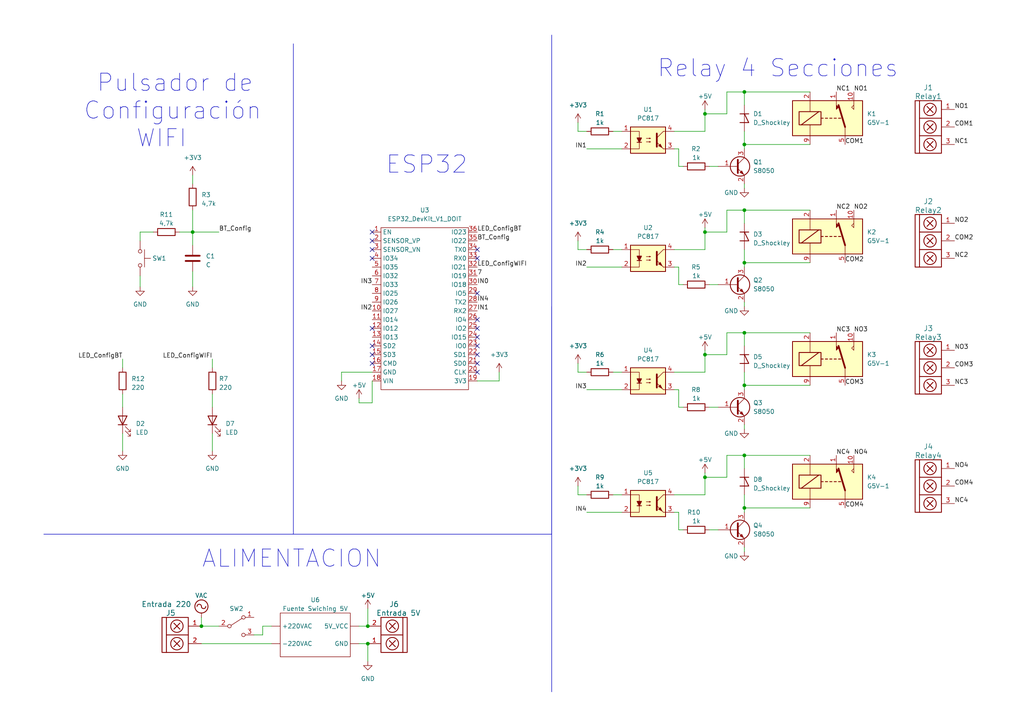
<source format=kicad_sch>
(kicad_sch (version 20230121) (generator eeschema)

  (uuid a24e792b-1cca-46f8-9449-f3613e1aa031)

  (paper "A4")

  (lib_symbols
    (symbol "+5V_1" (power) (pin_names (offset 0)) (in_bom yes) (on_board yes)
      (property "Reference" "#PWR" (at 0 -3.81 0)
        (effects (font (size 1.27 1.27)) hide)
      )
      (property "Value" "+5V_1" (at 0 3.556 0)
        (effects (font (size 1.27 1.27)))
      )
      (property "Footprint" "" (at 0 0 0)
        (effects (font (size 1.27 1.27)) hide)
      )
      (property "Datasheet" "" (at 0 0 0)
        (effects (font (size 1.27 1.27)) hide)
      )
      (property "ki_keywords" "global power" (at 0 0 0)
        (effects (font (size 1.27 1.27)) hide)
      )
      (property "ki_description" "Power symbol creates a global label with name \"+5V\"" (at 0 0 0)
        (effects (font (size 1.27 1.27)) hide)
      )
      (symbol "+5V_1_0_1"
        (polyline
          (pts
            (xy -0.762 1.27)
            (xy 0 2.54)
          )
          (stroke (width 0) (type default))
          (fill (type none))
        )
        (polyline
          (pts
            (xy 0 0)
            (xy 0 2.54)
          )
          (stroke (width 0) (type default))
          (fill (type none))
        )
        (polyline
          (pts
            (xy 0 2.54)
            (xy 0.762 1.27)
          )
          (stroke (width 0) (type default))
          (fill (type none))
        )
      )
      (symbol "+5V_1_1_1"
        (pin power_in line (at 0 0 90) (length 0) hide
          (name "+5V" (effects (font (size 1.27 1.27))))
          (number "1" (effects (font (size 1.27 1.27))))
        )
      )
    )
    (symbol "Device:C" (pin_numbers hide) (pin_names (offset 0.254)) (in_bom yes) (on_board yes)
      (property "Reference" "C" (at 0.635 2.54 0)
        (effects (font (size 1.27 1.27)) (justify left))
      )
      (property "Value" "C" (at 0.635 -2.54 0)
        (effects (font (size 1.27 1.27)) (justify left))
      )
      (property "Footprint" "" (at 0.9652 -3.81 0)
        (effects (font (size 1.27 1.27)) hide)
      )
      (property "Datasheet" "~" (at 0 0 0)
        (effects (font (size 1.27 1.27)) hide)
      )
      (property "ki_keywords" "cap capacitor" (at 0 0 0)
        (effects (font (size 1.27 1.27)) hide)
      )
      (property "ki_description" "Unpolarized capacitor" (at 0 0 0)
        (effects (font (size 1.27 1.27)) hide)
      )
      (property "ki_fp_filters" "C_*" (at 0 0 0)
        (effects (font (size 1.27 1.27)) hide)
      )
      (symbol "C_0_1"
        (polyline
          (pts
            (xy -2.032 -0.762)
            (xy 2.032 -0.762)
          )
          (stroke (width 0.508) (type default))
          (fill (type none))
        )
        (polyline
          (pts
            (xy -2.032 0.762)
            (xy 2.032 0.762)
          )
          (stroke (width 0.508) (type default))
          (fill (type none))
        )
      )
      (symbol "C_1_1"
        (pin passive line (at 0 3.81 270) (length 2.794)
          (name "~" (effects (font (size 1.27 1.27))))
          (number "1" (effects (font (size 1.27 1.27))))
        )
        (pin passive line (at 0 -3.81 90) (length 2.794)
          (name "~" (effects (font (size 1.27 1.27))))
          (number "2" (effects (font (size 1.27 1.27))))
        )
      )
    )
    (symbol "Device:D_Shockley" (pin_numbers hide) (pin_names (offset 1.016) hide) (in_bom yes) (on_board yes)
      (property "Reference" "D" (at 0 2.54 0)
        (effects (font (size 1.27 1.27)))
      )
      (property "Value" "D_Shockley" (at 0 -2.54 0)
        (effects (font (size 1.27 1.27)))
      )
      (property "Footprint" "" (at 0 0 0)
        (effects (font (size 1.27 1.27)) hide)
      )
      (property "Datasheet" "~" (at 0 0 0)
        (effects (font (size 1.27 1.27)) hide)
      )
      (property "ki_keywords" "Shockley diode PNPN" (at 0 0 0)
        (effects (font (size 1.27 1.27)) hide)
      )
      (property "ki_description" "Shockley (PNPN) diode" (at 0 0 0)
        (effects (font (size 1.27 1.27)) hide)
      )
      (property "ki_fp_filters" "TO-???* *_Diode_* *SingleDiode* D_*" (at 0 0 0)
        (effects (font (size 1.27 1.27)) hide)
      )
      (symbol "D_Shockley_0_1"
        (polyline
          (pts
            (xy -1.27 0)
            (xy 1.27 0)
          )
          (stroke (width 0) (type default))
          (fill (type none))
        )
        (polyline
          (pts
            (xy -1.27 1.27)
            (xy -1.27 -1.27)
          )
          (stroke (width 0.254) (type default))
          (fill (type none))
        )
        (polyline
          (pts
            (xy -1.27 0)
            (xy 1.27 1.27)
            (xy 1.27 -1.27)
          )
          (stroke (width 0.254) (type default))
          (fill (type none))
        )
      )
      (symbol "D_Shockley_1_1"
        (pin passive line (at -3.81 0 0) (length 2.54)
          (name "K" (effects (font (size 1.27 1.27))))
          (number "1" (effects (font (size 1.27 1.27))))
        )
        (pin passive line (at 3.81 0 180) (length 2.54)
          (name "A" (effects (font (size 1.27 1.27))))
          (number "2" (effects (font (size 1.27 1.27))))
        )
      )
    )
    (symbol "Device:LED" (pin_numbers hide) (pin_names (offset 1.016) hide) (in_bom yes) (on_board yes)
      (property "Reference" "D" (at 0 2.54 0)
        (effects (font (size 1.27 1.27)))
      )
      (property "Value" "LED" (at 0 -2.54 0)
        (effects (font (size 1.27 1.27)))
      )
      (property "Footprint" "" (at 0 0 0)
        (effects (font (size 1.27 1.27)) hide)
      )
      (property "Datasheet" "~" (at 0 0 0)
        (effects (font (size 1.27 1.27)) hide)
      )
      (property "ki_keywords" "LED diode" (at 0 0 0)
        (effects (font (size 1.27 1.27)) hide)
      )
      (property "ki_description" "Light emitting diode" (at 0 0 0)
        (effects (font (size 1.27 1.27)) hide)
      )
      (property "ki_fp_filters" "LED* LED_SMD:* LED_THT:*" (at 0 0 0)
        (effects (font (size 1.27 1.27)) hide)
      )
      (symbol "LED_0_1"
        (polyline
          (pts
            (xy -1.27 -1.27)
            (xy -1.27 1.27)
          )
          (stroke (width 0.254) (type default))
          (fill (type none))
        )
        (polyline
          (pts
            (xy -1.27 0)
            (xy 1.27 0)
          )
          (stroke (width 0) (type default))
          (fill (type none))
        )
        (polyline
          (pts
            (xy 1.27 -1.27)
            (xy 1.27 1.27)
            (xy -1.27 0)
            (xy 1.27 -1.27)
          )
          (stroke (width 0.254) (type default))
          (fill (type none))
        )
        (polyline
          (pts
            (xy -3.048 -0.762)
            (xy -4.572 -2.286)
            (xy -3.81 -2.286)
            (xy -4.572 -2.286)
            (xy -4.572 -1.524)
          )
          (stroke (width 0) (type default))
          (fill (type none))
        )
        (polyline
          (pts
            (xy -1.778 -0.762)
            (xy -3.302 -2.286)
            (xy -2.54 -2.286)
            (xy -3.302 -2.286)
            (xy -3.302 -1.524)
          )
          (stroke (width 0) (type default))
          (fill (type none))
        )
      )
      (symbol "LED_1_1"
        (pin passive line (at -3.81 0 0) (length 2.54)
          (name "K" (effects (font (size 1.27 1.27))))
          (number "1" (effects (font (size 1.27 1.27))))
        )
        (pin passive line (at 3.81 0 180) (length 2.54)
          (name "A" (effects (font (size 1.27 1.27))))
          (number "2" (effects (font (size 1.27 1.27))))
        )
      )
    )
    (symbol "Device:R" (pin_numbers hide) (pin_names (offset 0)) (in_bom yes) (on_board yes)
      (property "Reference" "R" (at 2.032 0 90)
        (effects (font (size 1.27 1.27)))
      )
      (property "Value" "R" (at 0 0 90)
        (effects (font (size 1.27 1.27)))
      )
      (property "Footprint" "" (at -1.778 0 90)
        (effects (font (size 1.27 1.27)) hide)
      )
      (property "Datasheet" "~" (at 0 0 0)
        (effects (font (size 1.27 1.27)) hide)
      )
      (property "ki_keywords" "R res resistor" (at 0 0 0)
        (effects (font (size 1.27 1.27)) hide)
      )
      (property "ki_description" "Resistor" (at 0 0 0)
        (effects (font (size 1.27 1.27)) hide)
      )
      (property "ki_fp_filters" "R_*" (at 0 0 0)
        (effects (font (size 1.27 1.27)) hide)
      )
      (symbol "R_0_1"
        (rectangle (start -1.016 -2.54) (end 1.016 2.54)
          (stroke (width 0.254) (type default))
          (fill (type none))
        )
      )
      (symbol "R_1_1"
        (pin passive line (at 0 3.81 270) (length 1.27)
          (name "~" (effects (font (size 1.27 1.27))))
          (number "1" (effects (font (size 1.27 1.27))))
        )
        (pin passive line (at 0 -3.81 90) (length 1.27)
          (name "~" (effects (font (size 1.27 1.27))))
          (number "2" (effects (font (size 1.27 1.27))))
        )
      )
    )
    (symbol "EESTN5:ESP32_DevKit_V1_DOIT" (in_bom yes) (on_board yes)
      (property "Reference" "U" (at -11.43 34.29 0)
        (effects (font (size 1.27 1.27)))
      )
      (property "Value" "ESP32_DevKit_V1_DOIT" (at 11.43 34.29 0)
        (effects (font (size 1.27 1.27)))
      )
      (property "Footprint" "ESP32_DevKit_V1_DOIT:esp32_devkit_v1_doit" (at -11.43 34.29 0)
        (effects (font (size 1.27 1.27)) hide)
      )
      (property "Datasheet" "" (at -11.43 34.29 0)
        (effects (font (size 1.27 1.27)) hide)
      )
      (property "ki_fp_filters" "esp32?devkit?v1?doit*" (at 0 0 0)
        (effects (font (size 1.27 1.27)) hide)
      )
      (symbol "ESP32_DevKit_V1_DOIT_0_0"
        (pin bidirectional line (at 15.24 25.4 180) (length 2.54)
          (name "TX0" (effects (font (size 1.27 1.27))))
          (number "34" (effects (font (size 1.27 1.27))))
        )
        (pin bidirectional line (at 15.24 27.94 180) (length 2.54)
          (name "IO22" (effects (font (size 1.27 1.27))))
          (number "35" (effects (font (size 1.27 1.27))))
        )
        (pin bidirectional line (at 15.24 30.48 180) (length 2.54)
          (name "IO23" (effects (font (size 1.27 1.27))))
          (number "36" (effects (font (size 1.27 1.27))))
        )
      )
      (symbol "ESP32_DevKit_V1_DOIT_0_1"
        (rectangle (start -12.7 31.75) (end 12.7 -15.24)
          (stroke (width 0) (type default))
          (fill (type none))
        )
      )
      (symbol "ESP32_DevKit_V1_DOIT_1_1"
        (pin input line (at -15.24 30.48 0) (length 2.54)
          (name "EN" (effects (font (size 1.27 1.27))))
          (number "1" (effects (font (size 1.27 1.27))))
        )
        (pin bidirectional line (at -15.24 7.62 0) (length 2.54)
          (name "IO27" (effects (font (size 1.27 1.27))))
          (number "10" (effects (font (size 1.27 1.27))))
        )
        (pin bidirectional line (at -15.24 5.08 0) (length 2.54)
          (name "IO14" (effects (font (size 1.27 1.27))))
          (number "11" (effects (font (size 1.27 1.27))))
        )
        (pin bidirectional line (at -15.24 2.54 0) (length 2.54)
          (name "IO12" (effects (font (size 1.27 1.27))))
          (number "12" (effects (font (size 1.27 1.27))))
        )
        (pin bidirectional line (at -15.24 0 0) (length 2.54)
          (name "IO13" (effects (font (size 1.27 1.27))))
          (number "13" (effects (font (size 1.27 1.27))))
        )
        (pin bidirectional line (at -15.24 -2.54 0) (length 2.54)
          (name "SD2" (effects (font (size 1.27 1.27))))
          (number "14" (effects (font (size 1.27 1.27))))
        )
        (pin bidirectional line (at -15.24 -5.08 0) (length 2.54)
          (name "SD3" (effects (font (size 1.27 1.27))))
          (number "15" (effects (font (size 1.27 1.27))))
        )
        (pin bidirectional line (at -15.24 -7.62 0) (length 2.54)
          (name "CMD" (effects (font (size 1.27 1.27))))
          (number "16" (effects (font (size 1.27 1.27))))
        )
        (pin power_in line (at -15.24 -10.16 0) (length 2.54)
          (name "GND" (effects (font (size 1.27 1.27))))
          (number "17" (effects (font (size 1.27 1.27))))
        )
        (pin power_in line (at -15.24 -12.7 0) (length 2.54)
          (name "VIN" (effects (font (size 1.27 1.27))))
          (number "18" (effects (font (size 1.27 1.27))))
        )
        (pin power_in line (at 15.24 -12.7 180) (length 2.54)
          (name "3V3" (effects (font (size 1.27 1.27))))
          (number "19" (effects (font (size 1.27 1.27))))
        )
        (pin input line (at -15.24 27.94 0) (length 2.54)
          (name "SENSOR_VP" (effects (font (size 1.27 1.27))))
          (number "2" (effects (font (size 1.27 1.27))))
        )
        (pin bidirectional line (at 15.24 -10.16 180) (length 2.54)
          (name "CLK" (effects (font (size 1.27 1.27))))
          (number "20" (effects (font (size 1.27 1.27))))
        )
        (pin bidirectional line (at 15.24 -7.62 180) (length 2.54)
          (name "SD0" (effects (font (size 1.27 1.27))))
          (number "21" (effects (font (size 1.27 1.27))))
        )
        (pin bidirectional line (at 15.24 -5.08 180) (length 2.54)
          (name "SD1" (effects (font (size 1.27 1.27))))
          (number "22" (effects (font (size 1.27 1.27))))
        )
        (pin bidirectional line (at 15.24 -2.54 180) (length 2.54)
          (name "IO0" (effects (font (size 1.27 1.27))))
          (number "23" (effects (font (size 1.27 1.27))))
        )
        (pin bidirectional line (at 15.24 0 180) (length 2.54)
          (name "IO15" (effects (font (size 1.27 1.27))))
          (number "24" (effects (font (size 1.27 1.27))))
        )
        (pin bidirectional line (at 15.24 2.54 180) (length 2.54)
          (name "IO2" (effects (font (size 1.27 1.27))))
          (number "25" (effects (font (size 1.27 1.27))))
        )
        (pin bidirectional line (at 15.24 5.08 180) (length 2.54)
          (name "IO4" (effects (font (size 1.27 1.27))))
          (number "26" (effects (font (size 1.27 1.27))))
        )
        (pin bidirectional line (at 15.24 7.62 180) (length 2.54)
          (name "RX2" (effects (font (size 1.27 1.27))))
          (number "27" (effects (font (size 1.27 1.27))))
        )
        (pin bidirectional line (at 15.24 10.16 180) (length 2.54)
          (name "TX2" (effects (font (size 1.27 1.27))))
          (number "28" (effects (font (size 1.27 1.27))))
        )
        (pin bidirectional line (at 15.24 12.7 180) (length 2.54)
          (name "IO5" (effects (font (size 1.27 1.27))))
          (number "29" (effects (font (size 1.27 1.27))))
        )
        (pin input line (at -15.24 25.4 0) (length 2.54)
          (name "SENSOR_VN" (effects (font (size 1.27 1.27))))
          (number "3" (effects (font (size 1.27 1.27))))
        )
        (pin bidirectional line (at 15.24 15.24 180) (length 2.54)
          (name "IO18" (effects (font (size 1.27 1.27))))
          (number "30" (effects (font (size 1.27 1.27))))
        )
        (pin bidirectional line (at 15.24 17.78 180) (length 2.54)
          (name "IO19" (effects (font (size 1.27 1.27))))
          (number "31" (effects (font (size 1.27 1.27))))
        )
        (pin bidirectional line (at 15.24 20.32 180) (length 2.54)
          (name "IO21" (effects (font (size 1.27 1.27))))
          (number "32" (effects (font (size 1.27 1.27))))
        )
        (pin bidirectional line (at 15.24 22.86 180) (length 2.54)
          (name "RX0" (effects (font (size 1.27 1.27))))
          (number "33" (effects (font (size 1.27 1.27))))
        )
        (pin input line (at -15.24 22.86 0) (length 2.54)
          (name "IO34" (effects (font (size 1.27 1.27))))
          (number "4" (effects (font (size 1.27 1.27))))
        )
        (pin input line (at -15.24 20.32 0) (length 2.54)
          (name "IO35" (effects (font (size 1.27 1.27))))
          (number "5" (effects (font (size 1.27 1.27))))
        )
        (pin bidirectional line (at -15.24 17.78 0) (length 2.54)
          (name "IO32" (effects (font (size 1.27 1.27))))
          (number "6" (effects (font (size 1.27 1.27))))
        )
        (pin bidirectional line (at -15.24 15.24 0) (length 2.54)
          (name "IO33" (effects (font (size 1.27 1.27))))
          (number "7" (effects (font (size 1.27 1.27))))
        )
        (pin bidirectional line (at -15.24 12.7 0) (length 2.54)
          (name "IO25" (effects (font (size 1.27 1.27))))
          (number "8" (effects (font (size 1.27 1.27))))
        )
        (pin bidirectional line (at -15.24 10.16 0) (length 2.54)
          (name "IO26" (effects (font (size 1.27 1.27))))
          (number "9" (effects (font (size 1.27 1.27))))
        )
      )
    )
    (symbol "EESTN5:PC817" (pin_names (offset 1.016)) (in_bom yes) (on_board yes)
      (property "Reference" "U" (at -5.08 5.08 0)
        (effects (font (size 1.27 1.27)) (justify left))
      )
      (property "Value" "PC817" (at 0 5.08 0)
        (effects (font (size 1.27 1.27)) (justify left))
      )
      (property "Footprint" "Housings_DIP:DIP-4_W7.62mm" (at -5.08 -5.08 0)
        (effects (font (size 1.27 1.27) italic) (justify left) hide)
      )
      (property "Datasheet" "http://www.soselectronic.cz/a_info/resource/d/pc817.pdf" (at 0 0 0)
        (effects (font (size 1.27 1.27)) (justify left) hide)
      )
      (property "ki_keywords" "NPN DC Optocoupler" (at 0 0 0)
        (effects (font (size 1.27 1.27)) hide)
      )
      (property "ki_description" "DC Optocoupler, Vce 35V, CTR 50-300%, DIP4" (at 0 0 0)
        (effects (font (size 1.27 1.27)) hide)
      )
      (property "ki_fp_filters" "DIP*W7.62mm*" (at 0 0 0)
        (effects (font (size 1.27 1.27)) hide)
      )
      (symbol "PC817_0_1"
        (rectangle (start -5.08 3.81) (end 5.08 -3.81)
          (stroke (width 0.254) (type default))
          (fill (type background))
        )
        (polyline
          (pts
            (xy -3.175 -0.635)
            (xy -1.905 -0.635)
          )
          (stroke (width 0.254) (type default))
          (fill (type none))
        )
        (polyline
          (pts
            (xy 2.54 0.635)
            (xy 4.445 2.54)
          )
          (stroke (width 0) (type default))
          (fill (type none))
        )
        (polyline
          (pts
            (xy 4.445 -2.54)
            (xy 2.54 -0.635)
          )
          (stroke (width 0) (type default))
          (fill (type outline))
        )
        (polyline
          (pts
            (xy 4.445 -2.54)
            (xy 5.08 -2.54)
          )
          (stroke (width 0) (type default))
          (fill (type none))
        )
        (polyline
          (pts
            (xy 4.445 2.54)
            (xy 5.08 2.54)
          )
          (stroke (width 0) (type default))
          (fill (type none))
        )
        (polyline
          (pts
            (xy -5.08 2.54)
            (xy -2.54 2.54)
            (xy -2.54 0.635)
          )
          (stroke (width 0) (type default))
          (fill (type none))
        )
        (polyline
          (pts
            (xy -2.54 -0.635)
            (xy -2.54 -2.54)
            (xy -5.08 -2.54)
          )
          (stroke (width 0) (type default))
          (fill (type none))
        )
        (polyline
          (pts
            (xy 2.54 1.905)
            (xy 2.54 -1.905)
            (xy 2.54 -1.905)
          )
          (stroke (width 0.508) (type default))
          (fill (type none))
        )
        (polyline
          (pts
            (xy -2.54 -0.635)
            (xy -3.175 0.635)
            (xy -1.905 0.635)
            (xy -2.54 -0.635)
          )
          (stroke (width 0.254) (type default))
          (fill (type outline))
        )
        (polyline
          (pts
            (xy -0.508 -0.508)
            (xy 0.762 -0.508)
            (xy 0.381 -0.635)
            (xy 0.381 -0.381)
            (xy 0.762 -0.508)
          )
          (stroke (width 0) (type default))
          (fill (type none))
        )
        (polyline
          (pts
            (xy -0.508 0.508)
            (xy 0.762 0.508)
            (xy 0.381 0.381)
            (xy 0.381 0.635)
            (xy 0.762 0.508)
          )
          (stroke (width 0) (type default))
          (fill (type none))
        )
        (polyline
          (pts
            (xy 3.048 -1.651)
            (xy 3.556 -1.143)
            (xy 4.064 -2.159)
            (xy 3.048 -1.651)
            (xy 3.048 -1.651)
          )
          (stroke (width 0) (type default))
          (fill (type outline))
        )
      )
      (symbol "PC817_1_1"
        (pin passive line (at -7.62 2.54 0) (length 2.54)
          (name "~" (effects (font (size 1.27 1.27))))
          (number "1" (effects (font (size 1.27 1.27))))
        )
        (pin passive line (at -7.62 -2.54 0) (length 2.54)
          (name "~" (effects (font (size 1.27 1.27))))
          (number "2" (effects (font (size 1.27 1.27))))
        )
        (pin passive line (at 7.62 -2.54 180) (length 2.54)
          (name "~" (effects (font (size 1.27 1.27))))
          (number "3" (effects (font (size 1.27 1.27))))
        )
        (pin passive line (at 7.62 2.54 180) (length 2.54)
          (name "~" (effects (font (size 1.27 1.27))))
          (number "4" (effects (font (size 1.27 1.27))))
        )
      )
    )
    (symbol "EESTN5:SW_SPDT" (pin_names (offset 0) hide) (in_bom yes) (on_board yes)
      (property "Reference" "SW" (at 0 4.318 0)
        (effects (font (size 1.27 1.27)))
      )
      (property "Value" "SW_SPDT" (at 0 -5.08 0)
        (effects (font (size 1.27 1.27)) hide)
      )
      (property "Footprint" "" (at 0 0 0)
        (effects (font (size 1.27 1.27)))
      )
      (property "Datasheet" "" (at 0 0 0)
        (effects (font (size 1.27 1.27)))
      )
      (property "ki_keywords" "switch single-pole double-throw spdt ON-ON" (at 0 0 0)
        (effects (font (size 1.27 1.27)) hide)
      )
      (property "ki_description" "Switch, single pole double throw" (at 0 0 0)
        (effects (font (size 1.27 1.27)) hide)
      )
      (property "ki_fp_filters" "SW* LLAVE*" (at 0 0 0)
        (effects (font (size 1.27 1.27)) hide)
      )
      (symbol "SW_SPDT_0_0"
        (circle (center -2.032 0) (radius 0.508)
          (stroke (width 0) (type default))
          (fill (type none))
        )
        (circle (center 2.032 -2.54) (radius 0.508)
          (stroke (width 0) (type default))
          (fill (type none))
        )
      )
      (symbol "SW_SPDT_0_1"
        (polyline
          (pts
            (xy -1.524 0.254)
            (xy 1.651 2.286)
          )
          (stroke (width 0) (type default))
          (fill (type none))
        )
        (circle (center 2.032 2.54) (radius 0.508)
          (stroke (width 0) (type default))
          (fill (type none))
        )
      )
      (symbol "SW_SPDT_1_1"
        (pin passive line (at 5.08 2.54 180) (length 2.54)
          (name "A" (effects (font (size 1.27 1.27))))
          (number "1" (effects (font (size 1.27 1.27))))
        )
        (pin passive line (at -5.08 0 0) (length 2.54)
          (name "B" (effects (font (size 1.27 1.27))))
          (number "2" (effects (font (size 1.27 1.27))))
        )
        (pin passive line (at 5.08 -2.54 180) (length 2.54)
          (name "C" (effects (font (size 1.27 1.27))))
          (number "3" (effects (font (size 1.27 1.27))))
        )
      )
    )
    (symbol "EESTN5:TB_1X2" (pin_names (offset 1.016)) (in_bom yes) (on_board yes)
      (property "Reference" "J" (at 0 7.62 0)
        (effects (font (size 1.524 1.524)))
      )
      (property "Value" "TB_1X2" (at 1.27 -7.62 0)
        (effects (font (size 1.524 1.524)))
      )
      (property "Footprint" "" (at -1.27 1.27 0)
        (effects (font (size 1.524 1.524)))
      )
      (property "Datasheet" "" (at -1.27 1.27 0)
        (effects (font (size 1.524 1.524)))
      )
      (property "ki_fp_filters" "BORNERA* TB*" (at 0 0 0)
        (effects (font (size 1.27 1.27)) hide)
      )
      (symbol "TB_1X2_0_1"
        (rectangle (start -2.54 5.08) (end 5.08 -5.08)
          (stroke (width 0.254) (type default))
          (fill (type none))
        )
        (polyline
          (pts
            (xy -1.27 0)
            (xy 5.08 0)
          )
          (stroke (width 0.254) (type default))
          (fill (type none))
        )
        (polyline
          (pts
            (xy -1.27 5.08)
            (xy -1.27 -5.08)
          )
          (stroke (width 0.254) (type default))
          (fill (type none))
        )
        (polyline
          (pts
            (xy 0.889 -3.429)
            (xy 2.667 -1.651)
          )
          (stroke (width 0.254) (type default))
          (fill (type none))
        )
        (polyline
          (pts
            (xy 0.889 -1.651)
            (xy 2.667 -3.429)
          )
          (stroke (width 0.254) (type default))
          (fill (type none))
        )
        (polyline
          (pts
            (xy 0.889 1.651)
            (xy 2.667 3.429)
          )
          (stroke (width 0.254) (type default))
          (fill (type none))
        )
        (polyline
          (pts
            (xy 0.889 3.429)
            (xy 2.667 1.651)
          )
          (stroke (width 0.254) (type default))
          (fill (type none))
        )
        (circle (center 1.778 -2.54) (radius 1.8034)
          (stroke (width 0.254) (type default))
          (fill (type none))
        )
        (circle (center 1.778 2.54) (radius 1.8034)
          (stroke (width 0.254) (type default))
          (fill (type none))
        )
      )
      (symbol "TB_1X2_1_1"
        (pin input line (at 8.89 2.54 180) (length 3.81)
          (name "~" (effects (font (size 1.27 1.27))))
          (number "1" (effects (font (size 1.27 1.27))))
        )
        (pin input line (at 8.89 -2.54 180) (length 3.81)
          (name "~" (effects (font (size 1.27 1.27))))
          (number "2" (effects (font (size 1.27 1.27))))
        )
      )
    )
    (symbol "EESTN5:TB_1X3" (pin_names (offset 1.016)) (in_bom yes) (on_board yes)
      (property "Reference" "J" (at 0 7.62 0)
        (effects (font (size 1.524 1.524)))
      )
      (property "Value" "TB_1X3" (at 1.27 -11.43 0)
        (effects (font (size 1.524 1.524)))
      )
      (property "Footprint" "" (at -1.27 1.27 0)
        (effects (font (size 1.524 1.524)))
      )
      (property "Datasheet" "" (at -1.27 1.27 0)
        (effects (font (size 1.524 1.524)))
      )
      (property "ki_fp_filters" "BORNERA* TB*" (at 0 0 0)
        (effects (font (size 1.27 1.27)) hide)
      )
      (symbol "TB_1X3_0_1"
        (rectangle (start -2.54 5.08) (end 5.08 -10.16)
          (stroke (width 0.254) (type default))
          (fill (type none))
        )
        (polyline
          (pts
            (xy -1.27 -5.08)
            (xy 5.08 -5.08)
          )
          (stroke (width 0.254) (type default))
          (fill (type none))
        )
        (polyline
          (pts
            (xy -1.27 0)
            (xy 5.08 0)
          )
          (stroke (width 0.254) (type default))
          (fill (type none))
        )
        (polyline
          (pts
            (xy -1.27 5.08)
            (xy -1.27 -10.16)
          )
          (stroke (width 0.254) (type default))
          (fill (type none))
        )
        (polyline
          (pts
            (xy 0.889 -8.509)
            (xy 2.667 -6.731)
          )
          (stroke (width 0.254) (type default))
          (fill (type none))
        )
        (polyline
          (pts
            (xy 0.889 -6.731)
            (xy 2.667 -8.509)
          )
          (stroke (width 0.254) (type default))
          (fill (type none))
        )
        (polyline
          (pts
            (xy 0.889 -3.429)
            (xy 2.667 -1.651)
          )
          (stroke (width 0.254) (type default))
          (fill (type none))
        )
        (polyline
          (pts
            (xy 0.889 -1.651)
            (xy 2.667 -3.429)
          )
          (stroke (width 0.254) (type default))
          (fill (type none))
        )
        (polyline
          (pts
            (xy 0.889 1.651)
            (xy 2.667 3.429)
          )
          (stroke (width 0.254) (type default))
          (fill (type none))
        )
        (polyline
          (pts
            (xy 0.889 3.429)
            (xy 2.667 1.651)
          )
          (stroke (width 0.254) (type default))
          (fill (type none))
        )
        (circle (center 1.778 -7.62) (radius 1.8034)
          (stroke (width 0.254) (type default))
          (fill (type none))
        )
        (circle (center 1.778 -2.54) (radius 1.8034)
          (stroke (width 0.254) (type default))
          (fill (type none))
        )
        (circle (center 1.778 2.54) (radius 1.8034)
          (stroke (width 0.254) (type default))
          (fill (type none))
        )
      )
      (symbol "TB_1X3_1_1"
        (pin input line (at 8.89 2.54 180) (length 3.81)
          (name "~" (effects (font (size 1.27 1.27))))
          (number "1" (effects (font (size 1.27 1.27))))
        )
        (pin input line (at 8.89 -2.54 180) (length 3.81)
          (name "~" (effects (font (size 1.27 1.27))))
          (number "2" (effects (font (size 1.27 1.27))))
        )
        (pin input line (at 8.89 -7.62 180) (length 3.81)
          (name "~" (effects (font (size 1.27 1.27))))
          (number "3" (effects (font (size 1.27 1.27))))
        )
      )
    )
    (symbol "Library_SW-Intel:Fuente_Swiching" (in_bom yes) (on_board yes)
      (property "Reference" "U" (at -6.35 10.16 0)
        (effects (font (size 1.27 1.27)))
      )
      (property "Value" "Fuente Swiching 5V" (at 0 7.62 0)
        (effects (font (size 1.27 1.27)))
      )
      (property "Footprint" "" (at -7.62 11.43 0)
        (effects (font (size 1.27 1.27)) hide)
      )
      (property "Datasheet" "" (at -7.62 11.43 0)
        (effects (font (size 1.27 1.27)) hide)
      )
      (symbol "Fuente_Swiching_0_1"
        (rectangle (start -10.16 6.35) (end 10.16 -6.35)
          (stroke (width 0) (type default))
          (fill (type none))
        )
      )
      (symbol "Fuente_Swiching_1_1"
        (pin power_in line (at -12.7 2.54 0) (length 2.54)
          (name "+220VAC" (effects (font (size 1.27 1.27))))
          (number "" (effects (font (size 1.27 1.27))))
        )
        (pin power_in line (at -12.7 -2.54 0) (length 2.54)
          (name "-220VAC" (effects (font (size 1.27 1.27))))
          (number "" (effects (font (size 1.27 1.27))))
        )
        (pin power_out line (at 12.7 2.54 180) (length 2.54)
          (name "5V_VCC" (effects (font (size 1.27 1.27))))
          (number "" (effects (font (size 1.27 1.27))))
        )
        (pin power_out line (at 12.7 -2.54 180) (length 2.54)
          (name "GND" (effects (font (size 1.27 1.27))))
          (number "" (effects (font (size 1.27 1.27))))
        )
      )
    )
    (symbol "PERSONALES:SW_Push" (pin_numbers hide) (pin_names (offset 1.016) hide) (in_bom yes) (on_board yes)
      (property "Reference" "SW" (at 1.27 2.54 0)
        (effects (font (size 1.27 1.27)) (justify left))
      )
      (property "Value" "SW_Push" (at 0 -1.524 0)
        (effects (font (size 1.27 1.27)) hide)
      )
      (property "Footprint" "" (at 0 5.08 0)
        (effects (font (size 1.27 1.27)))
      )
      (property "Datasheet" "" (at 0 5.08 0)
        (effects (font (size 1.27 1.27)))
      )
      (property "ki_keywords" "switch normally-open pushbutton push-button" (at 0 0 0)
        (effects (font (size 1.27 1.27)) hide)
      )
      (property "ki_description" "Push button switch, generic, two pins" (at 0 0 0)
        (effects (font (size 1.27 1.27)) hide)
      )
      (property "ki_fp_filters" "PUL* SW* SPST*" (at 0 0 0)
        (effects (font (size 1.27 1.27)) hide)
      )
      (symbol "SW_Push_0_1"
        (circle (center -2.032 0) (radius 0.508)
          (stroke (width 0) (type solid))
          (fill (type none))
        )
        (polyline
          (pts
            (xy 0 1.27)
            (xy 0 3.048)
          )
          (stroke (width 0) (type solid))
          (fill (type none))
        )
        (polyline
          (pts
            (xy 2.54 1.27)
            (xy -2.54 1.27)
          )
          (stroke (width 0) (type solid))
          (fill (type none))
        )
        (circle (center 2.032 0) (radius 0.508)
          (stroke (width 0) (type solid))
          (fill (type none))
        )
        (pin passive line (at -5.08 0 0) (length 2.54)
          (name "1" (effects (font (size 1.27 1.27))))
          (number "1" (effects (font (size 1.27 1.27))))
        )
        (pin passive line (at 5.08 0 180) (length 2.54)
          (name "2" (effects (font (size 1.27 1.27))))
          (number "2" (effects (font (size 1.27 1.27))))
        )
      )
    )
    (symbol "Relay:G5V-1" (in_bom yes) (on_board yes)
      (property "Reference" "K" (at 11.43 3.81 0)
        (effects (font (size 1.27 1.27)) (justify left))
      )
      (property "Value" "G5V-1" (at 11.43 1.27 0)
        (effects (font (size 1.27 1.27)) (justify left))
      )
      (property "Footprint" "Relay_THT:Relay_SPDT_Omron_G5V-1" (at 28.702 -0.762 0)
        (effects (font (size 1.27 1.27)) hide)
      )
      (property "Datasheet" "http://omronfs.omron.com/en_US/ecb/products/pdf/en-g5v_1.pdf" (at 0 0 0)
        (effects (font (size 1.27 1.27)) hide)
      )
      (property "ki_keywords" "Single Pole Relay SPDT" (at 0 0 0)
        (effects (font (size 1.27 1.27)) hide)
      )
      (property "ki_description" "Ultra-miniature, Highly Sensitive SPDT Relay for Signal Circuits" (at 0 0 0)
        (effects (font (size 1.27 1.27)) hide)
      )
      (property "ki_fp_filters" "Relay*SPDT*Omron*G5V?1*" (at 0 0 0)
        (effects (font (size 1.27 1.27)) hide)
      )
      (symbol "G5V-1_0_0"
        (polyline
          (pts
            (xy 7.62 5.08)
            (xy 7.62 2.54)
            (xy 6.985 3.175)
            (xy 7.62 3.81)
          )
          (stroke (width 0) (type default))
          (fill (type none))
        )
      )
      (symbol "G5V-1_0_1"
        (rectangle (start -10.16 5.08) (end 10.16 -5.08)
          (stroke (width 0.254) (type default))
          (fill (type background))
        )
        (rectangle (start -8.255 1.905) (end -1.905 -1.905)
          (stroke (width 0.254) (type default))
          (fill (type none))
        )
        (polyline
          (pts
            (xy -7.62 -1.905)
            (xy -2.54 1.905)
          )
          (stroke (width 0.254) (type default))
          (fill (type none))
        )
        (polyline
          (pts
            (xy -5.08 -5.08)
            (xy -5.08 -1.905)
          )
          (stroke (width 0) (type default))
          (fill (type none))
        )
        (polyline
          (pts
            (xy -5.08 5.08)
            (xy -5.08 1.905)
          )
          (stroke (width 0) (type default))
          (fill (type none))
        )
        (polyline
          (pts
            (xy -1.905 0)
            (xy -1.27 0)
          )
          (stroke (width 0.254) (type default))
          (fill (type none))
        )
        (polyline
          (pts
            (xy -0.635 0)
            (xy 0 0)
          )
          (stroke (width 0.254) (type default))
          (fill (type none))
        )
        (polyline
          (pts
            (xy 0.635 0)
            (xy 1.27 0)
          )
          (stroke (width 0.254) (type default))
          (fill (type none))
        )
        (polyline
          (pts
            (xy 1.905 0)
            (xy 2.54 0)
          )
          (stroke (width 0.254) (type default))
          (fill (type none))
        )
        (polyline
          (pts
            (xy 3.175 0)
            (xy 3.81 0)
          )
          (stroke (width 0.254) (type default))
          (fill (type none))
        )
        (polyline
          (pts
            (xy 5.08 -2.54)
            (xy 3.175 3.81)
          )
          (stroke (width 0.508) (type default))
          (fill (type none))
        )
        (polyline
          (pts
            (xy 5.08 -2.54)
            (xy 5.08 -5.08)
          )
          (stroke (width 0) (type default))
          (fill (type none))
        )
        (polyline
          (pts
            (xy 2.54 5.08)
            (xy 2.54 2.54)
            (xy 3.175 3.175)
            (xy 2.54 3.81)
          )
          (stroke (width 0) (type default))
          (fill (type outline))
        )
      )
      (symbol "G5V-1_1_1"
        (pin passive line (at 2.54 7.62 270) (length 2.54)
          (name "~" (effects (font (size 1.27 1.27))))
          (number "1" (effects (font (size 1.27 1.27))))
        )
        (pin passive line (at 7.62 7.62 270) (length 2.54)
          (name "~" (effects (font (size 1.27 1.27))))
          (number "10" (effects (font (size 1.27 1.27))))
        )
        (pin passive line (at -5.08 7.62 270) (length 2.54)
          (name "~" (effects (font (size 1.27 1.27))))
          (number "2" (effects (font (size 1.27 1.27))))
        )
        (pin passive line (at 5.08 -7.62 90) (length 2.54)
          (name "~" (effects (font (size 1.27 1.27))))
          (number "5" (effects (font (size 1.27 1.27))))
        )
        (pin passive line (at 5.08 -7.62 90) (length 2.54) hide
          (name "~" (effects (font (size 1.27 1.27))))
          (number "6" (effects (font (size 1.27 1.27))))
        )
        (pin passive line (at -5.08 -7.62 90) (length 2.54)
          (name "~" (effects (font (size 1.27 1.27))))
          (number "9" (effects (font (size 1.27 1.27))))
        )
      )
    )
    (symbol "power:+3.3V" (power) (pin_names (offset 0)) (in_bom yes) (on_board yes)
      (property "Reference" "#PWR" (at 0 -3.81 0)
        (effects (font (size 1.27 1.27)) hide)
      )
      (property "Value" "+3.3V" (at 0 3.556 0)
        (effects (font (size 1.27 1.27)))
      )
      (property "Footprint" "" (at 0 0 0)
        (effects (font (size 1.27 1.27)) hide)
      )
      (property "Datasheet" "" (at 0 0 0)
        (effects (font (size 1.27 1.27)) hide)
      )
      (property "ki_keywords" "power-flag" (at 0 0 0)
        (effects (font (size 1.27 1.27)) hide)
      )
      (property "ki_description" "Power symbol creates a global label with name \"+3.3V\"" (at 0 0 0)
        (effects (font (size 1.27 1.27)) hide)
      )
      (symbol "+3.3V_0_1"
        (polyline
          (pts
            (xy -0.762 1.27)
            (xy 0 2.54)
          )
          (stroke (width 0) (type default))
          (fill (type none))
        )
        (polyline
          (pts
            (xy 0 0)
            (xy 0 2.54)
          )
          (stroke (width 0) (type default))
          (fill (type none))
        )
        (polyline
          (pts
            (xy 0 2.54)
            (xy 0.762 1.27)
          )
          (stroke (width 0) (type default))
          (fill (type none))
        )
      )
      (symbol "+3.3V_1_1"
        (pin power_in line (at 0 0 90) (length 0) hide
          (name "+3V3" (effects (font (size 1.27 1.27))))
          (number "1" (effects (font (size 1.27 1.27))))
        )
      )
    )
    (symbol "power:+5V" (power) (pin_names (offset 0)) (in_bom yes) (on_board yes)
      (property "Reference" "#PWR" (at 0 -3.81 0)
        (effects (font (size 1.27 1.27)) hide)
      )
      (property "Value" "+5V" (at 0 3.556 0)
        (effects (font (size 1.27 1.27)))
      )
      (property "Footprint" "" (at 0 0 0)
        (effects (font (size 1.27 1.27)) hide)
      )
      (property "Datasheet" "" (at 0 0 0)
        (effects (font (size 1.27 1.27)) hide)
      )
      (property "ki_keywords" "power-flag" (at 0 0 0)
        (effects (font (size 1.27 1.27)) hide)
      )
      (property "ki_description" "Power symbol creates a global label with name \"+5V\"" (at 0 0 0)
        (effects (font (size 1.27 1.27)) hide)
      )
      (symbol "+5V_0_1"
        (polyline
          (pts
            (xy -0.762 1.27)
            (xy 0 2.54)
          )
          (stroke (width 0) (type default))
          (fill (type none))
        )
        (polyline
          (pts
            (xy 0 0)
            (xy 0 2.54)
          )
          (stroke (width 0) (type default))
          (fill (type none))
        )
        (polyline
          (pts
            (xy 0 2.54)
            (xy 0.762 1.27)
          )
          (stroke (width 0) (type default))
          (fill (type none))
        )
      )
      (symbol "+5V_1_1"
        (pin power_in line (at 0 0 90) (length 0) hide
          (name "+5V" (effects (font (size 1.27 1.27))))
          (number "1" (effects (font (size 1.27 1.27))))
        )
      )
    )
    (symbol "power:GND" (power) (pin_names (offset 0)) (in_bom yes) (on_board yes)
      (property "Reference" "#PWR" (at 0 -6.35 0)
        (effects (font (size 1.27 1.27)) hide)
      )
      (property "Value" "GND" (at 0 -3.81 0)
        (effects (font (size 1.27 1.27)))
      )
      (property "Footprint" "" (at 0 0 0)
        (effects (font (size 1.27 1.27)) hide)
      )
      (property "Datasheet" "" (at 0 0 0)
        (effects (font (size 1.27 1.27)) hide)
      )
      (property "ki_keywords" "power-flag" (at 0 0 0)
        (effects (font (size 1.27 1.27)) hide)
      )
      (property "ki_description" "Power symbol creates a global label with name \"GND\" , ground" (at 0 0 0)
        (effects (font (size 1.27 1.27)) hide)
      )
      (symbol "GND_0_1"
        (polyline
          (pts
            (xy 0 0)
            (xy 0 -1.27)
            (xy 1.27 -1.27)
            (xy 0 -2.54)
            (xy -1.27 -1.27)
            (xy 0 -1.27)
          )
          (stroke (width 0) (type default))
          (fill (type none))
        )
      )
      (symbol "GND_1_1"
        (pin power_in line (at 0 0 270) (length 0) hide
          (name "GND" (effects (font (size 1.27 1.27))))
          (number "1" (effects (font (size 1.27 1.27))))
        )
      )
    )
    (symbol "power:VAC" (power) (pin_names (offset 0)) (in_bom yes) (on_board yes)
      (property "Reference" "#PWR" (at 0 -2.54 0)
        (effects (font (size 1.27 1.27)) hide)
      )
      (property "Value" "VAC" (at 0 6.35 0)
        (effects (font (size 1.27 1.27)))
      )
      (property "Footprint" "" (at 0 0 0)
        (effects (font (size 1.27 1.27)) hide)
      )
      (property "Datasheet" "" (at 0 0 0)
        (effects (font (size 1.27 1.27)) hide)
      )
      (property "ki_keywords" "global power" (at 0 0 0)
        (effects (font (size 1.27 1.27)) hide)
      )
      (property "ki_description" "Power symbol creates a global label with name \"VAC\"" (at 0 0 0)
        (effects (font (size 1.27 1.27)) hide)
      )
      (symbol "VAC_0_1"
        (polyline
          (pts
            (xy 0 0)
            (xy 0 1.27)
          )
          (stroke (width 0) (type default))
          (fill (type none))
        )
        (arc (start 0 3.175) (mid -0.635 3.8073) (end -1.27 3.175)
          (stroke (width 0.254) (type default))
          (fill (type none))
        )
        (arc (start 0 3.175) (mid 0.635 2.5427) (end 1.27 3.175)
          (stroke (width 0.254) (type default))
          (fill (type none))
        )
        (circle (center 0 3.175) (radius 1.905)
          (stroke (width 0.254) (type default))
          (fill (type none))
        )
      )
      (symbol "VAC_1_1"
        (pin power_in line (at 0 0 90) (length 0) hide
          (name "VAC" (effects (font (size 1.27 1.27))))
          (number "1" (effects (font (size 1.27 1.27))))
        )
      )
    )
    (symbol "s8050:S8050" (pin_names (offset 0) hide) (in_bom yes) (on_board yes)
      (property "Reference" "Q3" (at 5.08 1.2701 0)
        (effects (font (size 1.27 1.27)) (justify left))
      )
      (property "Value" "S8050" (at 5.08 -1.2699 0)
        (effects (font (size 1.27 1.27)) (justify left))
      )
      (property "Footprint" "Package_TO_SOT_SMD:SOT-23_Handsoldering" (at 5.08 -1.905 0)
        (effects (font (size 1.27 1.27) italic) (justify left) hide)
      )
      (property "Datasheet" "http://www.unisonic.com.tw/datasheet/S8050.pdf" (at 0 0 0)
        (effects (font (size 1.27 1.27)) (justify left) hide)
      )
      (property "ki_keywords" "S8050 NPN Low Voltage High Current Transistor" (at 0 0 0)
        (effects (font (size 1.27 1.27)) hide)
      )
      (property "ki_description" "0.7A Ic, 20V Vce, Low Voltage High Current NPN Transistor, TO-92" (at 0 0 0)
        (effects (font (size 1.27 1.27)) hide)
      )
      (property "ki_fp_filters" "TO?92*" (at 0 0 0)
        (effects (font (size 1.27 1.27)) hide)
      )
      (symbol "S8050_0_1"
        (polyline
          (pts
            (xy 0 0)
            (xy 0.635 0)
          )
          (stroke (width 0) (type default))
          (fill (type none))
        )
        (polyline
          (pts
            (xy 0.635 0.635)
            (xy 2.54 2.54)
          )
          (stroke (width 0) (type default))
          (fill (type none))
        )
        (polyline
          (pts
            (xy 0.635 -0.635)
            (xy 2.54 -2.54)
            (xy 2.54 -2.54)
          )
          (stroke (width 0) (type default))
          (fill (type none))
        )
        (polyline
          (pts
            (xy 0.635 1.905)
            (xy 0.635 -1.905)
            (xy 0.635 -1.905)
          )
          (stroke (width 0.508) (type default))
          (fill (type none))
        )
        (polyline
          (pts
            (xy 1.27 -1.778)
            (xy 1.778 -1.27)
            (xy 2.286 -2.286)
            (xy 1.27 -1.778)
            (xy 1.27 -1.778)
          )
          (stroke (width 0) (type default))
          (fill (type outline))
        )
        (circle (center 1.27 0) (radius 2.8194)
          (stroke (width 0.254) (type default))
          (fill (type none))
        )
      )
      (symbol "S8050_1_1"
        (pin input line (at -5.08 0 0) (length 5.08)
          (name "B" (effects (font (size 1.27 1.27))))
          (number "1" (effects (font (size 1.27 1.27))))
        )
        (pin passive line (at 2.54 -5.08 90) (length 2.54)
          (name "E" (effects (font (size 1.27 1.27))))
          (number "2" (effects (font (size 1.27 1.27))))
        )
        (pin passive line (at 2.54 5.08 270) (length 2.54)
          (name "C" (effects (font (size 1.27 1.27))))
          (number "3" (effects (font (size 1.27 1.27))))
        )
      )
    )
  )

  (junction (at 106.68 186.69) (diameter 0) (color 0 0 0 0)
    (uuid 085d4998-2144-4ac7-9dfd-8a766df020ed)
  )
  (junction (at 215.9 26.67) (diameter 0) (color 0 0 0 0)
    (uuid 15e0a654-a954-48b6-a146-16b066a38535)
  )
  (junction (at 215.9 147.32) (diameter 0) (color 0 0 0 0)
    (uuid 196c5303-9871-4bf9-875b-b857ab415369)
  )
  (junction (at 55.88 67.31) (diameter 0) (color 0 0 0 0)
    (uuid 496970ce-cde0-45c3-a0c7-7b3fe9f20fdb)
  )
  (junction (at 215.9 76.2) (diameter 0) (color 0 0 0 0)
    (uuid 7214235f-c312-4a06-8942-59b90ba6e3f4)
  )
  (junction (at 215.9 111.76) (diameter 0) (color 0 0 0 0)
    (uuid 74b6f02b-338d-428e-8a2a-a0423bd5abc8)
  )
  (junction (at 58.42 181.61) (diameter 0) (color 0 0 0 0)
    (uuid 7851eb68-365f-4cd5-b9c8-c06218d75c81)
  )
  (junction (at 215.9 41.91) (diameter 0) (color 0 0 0 0)
    (uuid 920a4854-1d60-4b62-a955-6f76a937481c)
  )
  (junction (at 204.47 102.87) (diameter 0) (color 0 0 0 0)
    (uuid 96a1e35a-757a-4a8c-8c94-2f1288d2919e)
  )
  (junction (at 204.47 67.31) (diameter 0) (color 0 0 0 0)
    (uuid a32a34d7-dce0-4439-9f0b-55b5b5c4fd63)
  )
  (junction (at 215.9 132.08) (diameter 0) (color 0 0 0 0)
    (uuid b5062bff-9ac1-46e1-aab1-d8da2b5de16f)
  )
  (junction (at 215.9 60.96) (diameter 0) (color 0 0 0 0)
    (uuid cac9c57f-9b54-4fc8-ae66-66d08b7f1547)
  )
  (junction (at 106.68 181.61) (diameter 0) (color 0 0 0 0)
    (uuid d8735da9-a42e-4da6-a2cd-a68a43a4024c)
  )
  (junction (at 204.47 138.43) (diameter 0) (color 0 0 0 0)
    (uuid e0cef395-1cdd-486e-9aed-d14057993bee)
  )
  (junction (at 215.9 96.52) (diameter 0) (color 0 0 0 0)
    (uuid f21baec6-2099-4981-9315-14257791cd05)
  )
  (junction (at 204.47 33.02) (diameter 0) (color 0 0 0 0)
    (uuid fa956a0c-b482-42fe-801c-5c7e0eea839e)
  )

  (no_connect (at 107.95 100.33) (uuid 2770867a-3225-4f42-b61a-0973092ffcd9))
  (no_connect (at 138.43 92.71) (uuid 2f3b488a-e1fa-4778-8441-9757448cbbe8))
  (no_connect (at 107.95 74.93) (uuid 3fe164ae-8a7c-4f78-9a9d-4a5dd102227a))
  (no_connect (at 107.95 102.87) (uuid 5d95b6c4-55fb-401e-8b4f-fe04c3901212))
  (no_connect (at 138.43 100.33) (uuid 5e032b57-d32e-42a4-a0e9-7bcf9c1566c9))
  (no_connect (at 138.43 105.41) (uuid 61284305-3101-4cb6-8d36-71984b4c83f8))
  (no_connect (at 138.43 74.93) (uuid 75ddcb1f-4692-4a79-95fd-4da4d80f127f))
  (no_connect (at 107.95 67.31) (uuid 80eef6ab-3bd3-493e-883c-63b6c539606e))
  (no_connect (at 138.43 97.79) (uuid 97587e80-0326-4530-b335-254ac44baef3))
  (no_connect (at 138.43 72.39) (uuid 97a755bb-809e-4658-8638-3350fcc01f0c))
  (no_connect (at 107.95 72.39) (uuid abb69249-a38f-4be7-bfda-dfa96b10e7e6))
  (no_connect (at 107.95 95.25) (uuid ac66b989-ed75-4cf8-a302-d46700c8b41d))
  (no_connect (at 138.43 95.25) (uuid b118e590-edfc-48b9-bd0d-b139399ca0ea))
  (no_connect (at 107.95 105.41) (uuid c625f25d-8d3d-4893-a5e9-d27050a09bfb))
  (no_connect (at 138.43 107.95) (uuid ec58fb6c-413f-467a-9410-e2e9e0be8890))
  (no_connect (at 107.95 69.85) (uuid f71ba1b8-e82e-407a-a106-5aa64b5f818e))
  (no_connect (at 138.43 102.87) (uuid f9ec6b9f-5b69-4fbe-a96b-ef644ef8d63d))
  (no_connect (at 138.43 85.09) (uuid fc82f579-9953-47f5-92e1-92455563b7a9))

  (wire (pts (xy 106.68 176.53) (xy 106.68 181.61))
    (stroke (width 0) (type default))
    (uuid 00d2f4fd-da54-4313-b75e-afb1aa03c2b2)
  )
  (wire (pts (xy 138.43 110.49) (xy 144.78 110.49))
    (stroke (width 0) (type default))
    (uuid 0123ac04-ed4a-4c7c-a7c9-5d26ac629f36)
  )
  (wire (pts (xy 205.74 153.67) (xy 208.28 153.67))
    (stroke (width 0) (type default))
    (uuid 0359afa9-c3e7-4713-88f7-6ae415fb7a4b)
  )
  (wire (pts (xy 210.82 138.43) (xy 210.82 132.08))
    (stroke (width 0) (type default))
    (uuid 04317106-e8ea-436f-9488-29fd37a7a645)
  )
  (wire (pts (xy 205.74 48.26) (xy 208.28 48.26))
    (stroke (width 0) (type default))
    (uuid 07f03a65-f20c-4476-a779-1f5af8593930)
  )
  (wire (pts (xy 215.9 111.76) (xy 215.9 107.95))
    (stroke (width 0) (type default))
    (uuid 0cd1460b-cd56-4682-95de-e63137f6de43)
  )
  (wire (pts (xy 204.47 137.16) (xy 204.47 138.43))
    (stroke (width 0) (type default))
    (uuid 0e2af084-c648-43ca-9214-6529ea33f52b)
  )
  (wire (pts (xy 215.9 147.32) (xy 215.9 143.51))
    (stroke (width 0) (type default))
    (uuid 132acf94-acc6-4fe9-a8f3-a19628e8cdc6)
  )
  (wire (pts (xy 104.14 181.61) (xy 106.68 181.61))
    (stroke (width 0) (type default))
    (uuid 1cbcb628-d2b5-4c6c-8ddb-16972f25d8b8)
  )
  (wire (pts (xy 195.58 143.51) (xy 204.47 143.51))
    (stroke (width 0) (type default))
    (uuid 266183a5-5acd-47b5-8fbf-464c7c4b81d0)
  )
  (wire (pts (xy 58.42 179.07) (xy 58.42 181.61))
    (stroke (width 0) (type default))
    (uuid 2813f07a-fbb0-4d25-98a8-d86bb56410da)
  )
  (wire (pts (xy 210.82 96.52) (xy 215.9 96.52))
    (stroke (width 0) (type default))
    (uuid 293988d9-2e2d-419f-a64a-c5aaca46c8a2)
  )
  (wire (pts (xy 204.47 33.02) (xy 210.82 33.02))
    (stroke (width 0) (type default))
    (uuid 29d95c03-02f6-40b9-b9b5-bf53485512b1)
  )
  (wire (pts (xy 234.95 41.91) (xy 215.9 41.91))
    (stroke (width 0) (type default))
    (uuid 29dba017-00eb-40ce-887e-fa8184c46b26)
  )
  (wire (pts (xy 204.47 102.87) (xy 204.47 107.95))
    (stroke (width 0) (type default))
    (uuid 2b06eb40-d741-4525-a3f0-f845bb76bba0)
  )
  (wire (pts (xy 55.88 67.31) (xy 63.5 67.31))
    (stroke (width 0) (type default))
    (uuid 2d57b215-c31c-49c7-bdd9-41d58ad50722)
  )
  (wire (pts (xy 196.85 153.67) (xy 198.12 153.67))
    (stroke (width 0) (type default))
    (uuid 2fc7bb8c-9389-4a16-8575-52393a4c79ea)
  )
  (polyline (pts (xy 85.09 154.94) (xy 160.02 154.94))
    (stroke (width 0) (type default))
    (uuid 308f526b-6ab4-420c-983d-1bc71eb8d967)
  )

  (wire (pts (xy 35.56 104.14) (xy 35.56 106.68))
    (stroke (width 0) (type default))
    (uuid 315e924f-81db-4f86-b213-5a5b9d37b2c5)
  )
  (wire (pts (xy 76.2 181.61) (xy 78.74 181.61))
    (stroke (width 0) (type default))
    (uuid 335f9c85-01ae-4cd6-8688-c32162bc303b)
  )
  (wire (pts (xy 167.64 107.95) (xy 167.64 105.41))
    (stroke (width 0) (type default))
    (uuid 365d75c5-551d-4397-a973-aa574c2c21ef)
  )
  (wire (pts (xy 99.06 107.95) (xy 99.06 110.49))
    (stroke (width 0) (type default))
    (uuid 38350ce9-b399-40a0-ba94-028c0b726b2e)
  )
  (wire (pts (xy 215.9 111.76) (xy 215.9 113.03))
    (stroke (width 0) (type default))
    (uuid 39c79e35-57b4-44cc-9b62-69c7e9064973)
  )
  (wire (pts (xy 215.9 147.32) (xy 234.95 147.32))
    (stroke (width 0) (type default))
    (uuid 3b2bb38f-54dc-437d-85b7-3accce911da7)
  )
  (wire (pts (xy 215.9 60.96) (xy 215.9 64.77))
    (stroke (width 0) (type default))
    (uuid 3bf7ae42-0ac2-4aa6-a772-ab7655cb29dd)
  )
  (wire (pts (xy 215.9 41.91) (xy 215.9 43.18))
    (stroke (width 0) (type default))
    (uuid 3c0b5afb-a9db-4f96-be22-3de7373ede6b)
  )
  (wire (pts (xy 215.9 26.67) (xy 215.9 30.48))
    (stroke (width 0) (type default))
    (uuid 3f40dc6a-16d0-4c25-b39e-102e611be985)
  )
  (wire (pts (xy 107.95 116.84) (xy 104.14 116.84))
    (stroke (width 0) (type default))
    (uuid 4042da14-22ba-4ca6-96e0-60dcebac1ed5)
  )
  (wire (pts (xy 210.82 102.87) (xy 210.82 96.52))
    (stroke (width 0) (type default))
    (uuid 4131f4ef-0cc9-44bc-8c54-a555cf777bcc)
  )
  (wire (pts (xy 144.78 110.49) (xy 144.78 107.95))
    (stroke (width 0) (type default))
    (uuid 42616195-fa62-44d7-959f-ae1a9cb1530e)
  )
  (wire (pts (xy 215.9 132.08) (xy 215.9 135.89))
    (stroke (width 0) (type default))
    (uuid 43b60ddd-c6ea-448c-91f9-da3476dfa8c0)
  )
  (wire (pts (xy 167.64 38.1) (xy 167.64 35.56))
    (stroke (width 0) (type default))
    (uuid 44c7c279-1de1-4f80-82a1-93145e3d6823)
  )
  (wire (pts (xy 215.9 158.75) (xy 215.9 160.02))
    (stroke (width 0) (type default))
    (uuid 4557ef31-b0a7-47f7-9f17-59c6b21b4740)
  )
  (wire (pts (xy 58.42 181.61) (xy 63.5 181.61))
    (stroke (width 0) (type default))
    (uuid 4995ce76-0cd3-45e8-87fa-43631ad1516e)
  )
  (wire (pts (xy 196.85 82.55) (xy 198.12 82.55))
    (stroke (width 0) (type default))
    (uuid 4d7bfe40-4511-404d-adec-94a051740910)
  )
  (wire (pts (xy 215.9 76.2) (xy 215.9 77.47))
    (stroke (width 0) (type default))
    (uuid 4e49184b-00ad-4ed3-add7-2c3c52a26ff4)
  )
  (wire (pts (xy 215.9 53.34) (xy 215.9 54.61))
    (stroke (width 0) (type default))
    (uuid 4ea7a867-64a6-4f70-a82a-85b6a3dce0ae)
  )
  (wire (pts (xy 205.74 82.55) (xy 208.28 82.55))
    (stroke (width 0) (type default))
    (uuid 5170cbfc-c978-417a-b462-717c1f921f54)
  )
  (wire (pts (xy 204.47 101.6) (xy 204.47 102.87))
    (stroke (width 0) (type default))
    (uuid 52bc3aaf-431e-4985-96a6-f32cbcaa4f05)
  )
  (wire (pts (xy 170.18 143.51) (xy 167.64 143.51))
    (stroke (width 0) (type default))
    (uuid 5a3d40b8-55b7-438f-8a67-2c2e8f237234)
  )
  (wire (pts (xy 196.85 43.18) (xy 196.85 48.26))
    (stroke (width 0) (type default))
    (uuid 5aa5ff6a-132d-4276-be6d-7801190aae08)
  )
  (wire (pts (xy 35.56 114.3) (xy 35.56 118.11))
    (stroke (width 0) (type default))
    (uuid 5ab36313-f42e-4ffb-a440-e4461e310972)
  )
  (wire (pts (xy 210.82 33.02) (xy 210.82 26.67))
    (stroke (width 0) (type default))
    (uuid 5edeb1eb-7fe0-4583-ad3e-114b0703c1de)
  )
  (wire (pts (xy 195.58 77.47) (xy 196.85 77.47))
    (stroke (width 0) (type default))
    (uuid 5eeef6c6-1869-466f-9601-4ceb1bbcc77a)
  )
  (wire (pts (xy 55.88 78.74) (xy 55.88 83.185))
    (stroke (width 0) (type default))
    (uuid 5f2c85f8-229f-4f28-8431-dc930b108e0b)
  )
  (wire (pts (xy 215.9 147.32) (xy 215.9 148.59))
    (stroke (width 0) (type default))
    (uuid 60ec4796-d56c-4b1a-b5e9-83f56b159f66)
  )
  (wire (pts (xy 196.85 48.26) (xy 198.12 48.26))
    (stroke (width 0) (type default))
    (uuid 6261d086-edb1-4d7a-acab-43d4b2d4f431)
  )
  (wire (pts (xy 170.18 113.03) (xy 180.34 113.03))
    (stroke (width 0) (type default))
    (uuid 6379f135-90a6-467e-b6e1-5c75be3533c0)
  )
  (wire (pts (xy 170.18 107.95) (xy 167.64 107.95))
    (stroke (width 0) (type default))
    (uuid 648ac844-84a2-40c1-845a-35eca4a19c76)
  )
  (polyline (pts (xy 85.09 12.7) (xy 85.09 154.94))
    (stroke (width 0) (type default))
    (uuid 66b301bc-76e0-466f-8332-8e5a494908dc)
  )

  (wire (pts (xy 106.68 186.69) (xy 104.14 186.69))
    (stroke (width 0) (type default))
    (uuid 683fb92d-7163-4e03-afd0-eb94119869cb)
  )
  (wire (pts (xy 177.8 107.95) (xy 180.34 107.95))
    (stroke (width 0) (type default))
    (uuid 68a27428-f33b-4fd6-a9e6-9da7196c9fa4)
  )
  (wire (pts (xy 195.58 107.95) (xy 204.47 107.95))
    (stroke (width 0) (type default))
    (uuid 6a90d039-deb3-4070-91e6-fd4f9088245f)
  )
  (wire (pts (xy 61.595 114.3) (xy 61.595 118.11))
    (stroke (width 0) (type default))
    (uuid 7767ca15-e2ef-4445-88f0-52f81691c1b0)
  )
  (wire (pts (xy 170.18 77.47) (xy 180.34 77.47))
    (stroke (width 0) (type default))
    (uuid 7834b4b6-bd68-4551-adff-374256c96430)
  )
  (wire (pts (xy 215.9 111.76) (xy 234.95 111.76))
    (stroke (width 0) (type default))
    (uuid 791e9857-4ce0-4ce9-bc0c-d0239b60ea3c)
  )
  (wire (pts (xy 196.85 77.47) (xy 196.85 82.55))
    (stroke (width 0) (type default))
    (uuid 7a58da28-4846-4a56-9839-5b96a12a5a2e)
  )
  (wire (pts (xy 204.47 138.43) (xy 204.47 143.51))
    (stroke (width 0) (type default))
    (uuid 7b1e7d5b-fcdf-4f9d-a69f-c170c4f06a27)
  )
  (wire (pts (xy 195.58 113.03) (xy 196.85 113.03))
    (stroke (width 0) (type default))
    (uuid 802971cf-af0a-471f-b77c-3ebdaae06ef3)
  )
  (wire (pts (xy 55.88 50.8) (xy 55.88 53.34))
    (stroke (width 0) (type default))
    (uuid 81b6493f-4a8c-4f1b-b5b4-bf5a60d64edf)
  )
  (wire (pts (xy 210.82 67.31) (xy 210.82 60.96))
    (stroke (width 0) (type default))
    (uuid 823e0a3d-8063-4a48-b8f8-d877b498a672)
  )
  (wire (pts (xy 215.9 96.52) (xy 234.95 96.52))
    (stroke (width 0) (type default))
    (uuid 8638594e-5d6f-4758-b912-3737a9dc64a5)
  )
  (wire (pts (xy 106.68 191.77) (xy 106.68 186.69))
    (stroke (width 0) (type default))
    (uuid 8691b44e-b0c3-4ed2-b7a3-a024e4925218)
  )
  (wire (pts (xy 215.9 87.63) (xy 215.9 88.9))
    (stroke (width 0) (type default))
    (uuid 875ef81e-faa5-408f-a23e-1d627c2453e0)
  )
  (wire (pts (xy 35.56 130.81) (xy 35.56 125.73))
    (stroke (width 0) (type default))
    (uuid 887f57ed-60b4-43f2-aff3-47e69863c7f9)
  )
  (wire (pts (xy 177.8 72.39) (xy 180.34 72.39))
    (stroke (width 0) (type default))
    (uuid 8a1777d4-6fd8-4ff4-9b7c-97ea55299973)
  )
  (wire (pts (xy 204.47 67.31) (xy 210.82 67.31))
    (stroke (width 0) (type default))
    (uuid 8a744b05-e4c6-4a00-9ddd-1fd48bd7dfdb)
  )
  (wire (pts (xy 204.47 138.43) (xy 210.82 138.43))
    (stroke (width 0) (type default))
    (uuid 8d5b8de4-506b-41d8-ae1b-da5c961308f3)
  )
  (wire (pts (xy 170.18 43.18) (xy 180.34 43.18))
    (stroke (width 0) (type default))
    (uuid 944a490b-dec2-438d-8852-8eb06db7a8ce)
  )
  (wire (pts (xy 170.18 38.1) (xy 167.64 38.1))
    (stroke (width 0) (type default))
    (uuid 95255631-976e-42a1-a6d5-5ae82604c809)
  )
  (wire (pts (xy 215.9 76.2) (xy 215.9 72.39))
    (stroke (width 0) (type default))
    (uuid 970b2aa6-b789-489b-93a2-31dcf6a4b4db)
  )
  (wire (pts (xy 73.66 184.15) (xy 76.2 184.15))
    (stroke (width 0) (type default))
    (uuid 98bc71b8-07bf-4fe1-a0ed-5f402d5170da)
  )
  (wire (pts (xy 170.18 72.39) (xy 167.64 72.39))
    (stroke (width 0) (type default))
    (uuid 99bca5ce-71a1-465f-b31b-cc0b27d6e14f)
  )
  (wire (pts (xy 196.85 113.03) (xy 196.85 118.11))
    (stroke (width 0) (type default))
    (uuid 9ea59a56-c51a-4f48-af93-af88be713480)
  )
  (wire (pts (xy 55.88 60.96) (xy 55.88 67.31))
    (stroke (width 0) (type default))
    (uuid 9f6488b7-741a-44ad-8796-973989fb7857)
  )
  (wire (pts (xy 215.9 132.08) (xy 234.95 132.08))
    (stroke (width 0) (type default))
    (uuid a12cbe6e-27a9-487b-b3ae-0566eb0dd8f3)
  )
  (wire (pts (xy 215.9 41.91) (xy 215.9 38.1))
    (stroke (width 0) (type default))
    (uuid a54644a4-244b-4356-a64a-5c5cceb0e81e)
  )
  (wire (pts (xy 204.47 66.04) (xy 204.47 67.31))
    (stroke (width 0) (type default))
    (uuid a5fe8e93-ce8b-48ae-aa77-1a5dadb02cd2)
  )
  (wire (pts (xy 204.47 102.87) (xy 210.82 102.87))
    (stroke (width 0) (type default))
    (uuid a9330438-3283-4d12-a2fd-dccf377c6879)
  )
  (polyline (pts (xy 160.02 10.16) (xy 160.02 200.66))
    (stroke (width 0) (type default))
    (uuid b311912c-a076-4853-b935-37efadd95585)
  )

  (wire (pts (xy 234.95 26.67) (xy 215.9 26.67))
    (stroke (width 0) (type default))
    (uuid b3e667ea-1545-4b1d-ba31-6ade03e2e6da)
  )
  (wire (pts (xy 99.06 107.95) (xy 107.95 107.95))
    (stroke (width 0) (type default))
    (uuid b539d2a7-b0a5-40e1-b784-71e1bea68f30)
  )
  (wire (pts (xy 61.595 130.81) (xy 61.595 125.73))
    (stroke (width 0) (type default))
    (uuid b6617e91-fd48-45d3-86d9-b56e78da44d7)
  )
  (wire (pts (xy 215.9 123.19) (xy 215.9 124.46))
    (stroke (width 0) (type default))
    (uuid b8c9effe-4e5b-4002-89bd-8615b14a7fa5)
  )
  (wire (pts (xy 40.64 67.31) (xy 44.45 67.31))
    (stroke (width 0) (type default))
    (uuid baf0ab34-f5e6-436b-aaf9-140fd710b7bc)
  )
  (wire (pts (xy 215.9 60.96) (xy 234.95 60.96))
    (stroke (width 0) (type default))
    (uuid bd0bfa5a-7a4d-4fe6-b740-28cd2706a4e2)
  )
  (wire (pts (xy 196.85 148.59) (xy 196.85 153.67))
    (stroke (width 0) (type default))
    (uuid bdac526d-91a4-476d-ba2e-807dd65da4f5)
  )
  (wire (pts (xy 205.74 118.11) (xy 208.28 118.11))
    (stroke (width 0) (type default))
    (uuid be71fc63-fbb0-4ada-aa4e-637ac92d8035)
  )
  (wire (pts (xy 204.47 31.75) (xy 204.47 33.02))
    (stroke (width 0) (type default))
    (uuid c2404981-a3bc-4d2e-a3b6-9aebed9b8492)
  )
  (wire (pts (xy 167.64 143.51) (xy 167.64 140.97))
    (stroke (width 0) (type default))
    (uuid c516dfad-8e03-4cb4-986b-130c3d801d92)
  )
  (wire (pts (xy 170.18 148.59) (xy 180.34 148.59))
    (stroke (width 0) (type default))
    (uuid c63a99be-579f-44cc-a891-a3354c600d77)
  )
  (wire (pts (xy 215.9 76.2) (xy 234.95 76.2))
    (stroke (width 0) (type default))
    (uuid c65b4ed3-89e6-4a2f-928e-91a907014085)
  )
  (wire (pts (xy 107.95 110.49) (xy 107.95 116.84))
    (stroke (width 0) (type default))
    (uuid c7eb4476-9f9b-48f2-8d5b-40bd796fcbc7)
  )
  (wire (pts (xy 104.14 116.84) (xy 104.14 115.57))
    (stroke (width 0) (type default))
    (uuid c95f6a0b-cfd7-4d22-9ca7-eb2dcad0f261)
  )
  (wire (pts (xy 204.47 33.02) (xy 204.47 38.1))
    (stroke (width 0) (type default))
    (uuid ca6f8289-30ac-4159-987c-8ef7d131da3f)
  )
  (wire (pts (xy 210.82 26.67) (xy 215.9 26.67))
    (stroke (width 0) (type default))
    (uuid cc3f9ce3-145e-4b7d-a77b-d5a7b053276e)
  )
  (wire (pts (xy 55.88 67.31) (xy 55.88 71.12))
    (stroke (width 0) (type default))
    (uuid cf6d5dd3-ca79-4f02-9f44-dd30ae1e81da)
  )
  (wire (pts (xy 177.8 38.1) (xy 180.34 38.1))
    (stroke (width 0) (type default))
    (uuid d0a7ccda-36dd-46be-99a0-2d1f87ebfe11)
  )
  (wire (pts (xy 40.64 67.31) (xy 40.64 69.85))
    (stroke (width 0) (type default))
    (uuid d0ba48f6-9bec-4db9-b0d2-4a914c27748e)
  )
  (wire (pts (xy 215.9 96.52) (xy 215.9 100.33))
    (stroke (width 0) (type default))
    (uuid d1524181-986d-4887-b42a-3d8a5dc4314e)
  )
  (wire (pts (xy 177.8 143.51) (xy 180.34 143.51))
    (stroke (width 0) (type default))
    (uuid d2f356a6-6e28-451d-a496-1331ffad1214)
  )
  (wire (pts (xy 195.58 72.39) (xy 204.47 72.39))
    (stroke (width 0) (type default))
    (uuid d8aa4e15-d0ea-4fc9-a93f-fba5f77fa979)
  )
  (polyline (pts (xy 160.02 154.94) (xy 160.02 88.9))
    (stroke (width 0) (type default))
    (uuid dbf3d092-5276-428a-81bc-b6e2d4df98d2)
  )

  (wire (pts (xy 61.595 104.14) (xy 61.595 106.68))
    (stroke (width 0) (type default))
    (uuid e1226317-ea79-40a0-9de3-c5530284e256)
  )
  (wire (pts (xy 195.58 38.1) (xy 204.47 38.1))
    (stroke (width 0) (type default))
    (uuid e1d0e5b4-4945-41eb-96d8-42bbccd218c5)
  )
  (wire (pts (xy 196.85 118.11) (xy 198.12 118.11))
    (stroke (width 0) (type default))
    (uuid e3c54076-52bb-4171-9129-be71c696abc6)
  )
  (wire (pts (xy 210.82 132.08) (xy 215.9 132.08))
    (stroke (width 0) (type default))
    (uuid e66f648d-ceff-4a9b-bc6e-1a5351d5eb4b)
  )
  (wire (pts (xy 167.64 72.39) (xy 167.64 69.85))
    (stroke (width 0) (type default))
    (uuid e7a60cf7-6603-4cc7-be27-f1ab24a132cb)
  )
  (wire (pts (xy 52.07 67.31) (xy 55.88 67.31))
    (stroke (width 0) (type default))
    (uuid eaee30e3-154c-45d2-be67-843d36258576)
  )
  (wire (pts (xy 210.82 60.96) (xy 215.9 60.96))
    (stroke (width 0) (type default))
    (uuid f517475e-d02d-4714-949b-ed535f52d1d6)
  )
  (wire (pts (xy 40.64 80.01) (xy 40.64 83.185))
    (stroke (width 0) (type default))
    (uuid f67bd963-fcf7-41bb-899d-c07b07e4b282)
  )
  (polyline (pts (xy 85.09 154.94) (xy 12.7 154.94))
    (stroke (width 0) (type default))
    (uuid f6c952df-338a-4992-928a-2d6bf46b5d95)
  )

  (wire (pts (xy 58.42 186.69) (xy 78.74 186.69))
    (stroke (width 0) (type default))
    (uuid f79cf208-9656-4597-97cb-e0c64bf048cc)
  )
  (wire (pts (xy 195.58 43.18) (xy 196.85 43.18))
    (stroke (width 0) (type default))
    (uuid f8fecf1c-6dc4-46d9-8a8b-65a7a5868251)
  )
  (wire (pts (xy 76.2 184.15) (xy 76.2 181.61))
    (stroke (width 0) (type default))
    (uuid fd3d9c6a-ebdc-465c-959b-f15fbe1cb5a7)
  )
  (wire (pts (xy 195.58 148.59) (xy 196.85 148.59))
    (stroke (width 0) (type default))
    (uuid fd447481-0314-449a-901c-7ce2c1688a17)
  )
  (wire (pts (xy 204.47 67.31) (xy 204.47 72.39))
    (stroke (width 0) (type default))
    (uuid fdd15e82-7871-4635-a951-0d23c73c216d)
  )

  (text "ESP32" (at 111.76 50.8 0)
    (effects (font (size 5 5)) (justify left bottom))
    (uuid 9cc15353-5b84-4bc4-b45c-8d08f059760c)
  )
  (text "Relay 4 Secciones" (at 190.5 22.86 0)
    (effects (font (size 5 5)) (justify left bottom))
    (uuid a522d6e9-c077-4e6f-908d-f648a0e51a78)
  )
  (text " Pulsador de\nConfiguración\n    WIFI" (at 24.13 43.18 0)
    (effects (font (size 5 5)) (justify left bottom))
    (uuid d4465bf5-701c-4939-9dd5-fdff5f5fd4b5)
  )
  (text "ALIMENTACION" (at 58.42 165.1 0)
    (effects (font (size 5 5)) (justify left bottom))
    (uuid fb20ee4c-4e58-4aa9-96ff-ac7c69a2a7e4)
  )

  (label "NC3" (at 242.57 96.52 0) (fields_autoplaced)
    (effects (font (size 1.27 1.27)) (justify left bottom))
    (uuid 0cf7253d-90b4-4084-81f0-02a12a47f666)
  )
  (label "COM1" (at 276.86 36.83 0) (fields_autoplaced)
    (effects (font (size 1.27 1.27)) (justify left bottom))
    (uuid 0ef11b26-5de5-4a3f-ad42-69c1ab874afc)
  )
  (label "NC2" (at 242.57 60.96 0) (fields_autoplaced)
    (effects (font (size 1.27 1.27)) (justify left bottom))
    (uuid 0f9d3b47-541a-4510-9eb1-da92d2a715a9)
  )
  (label "NO3" (at 276.86 101.6 0) (fields_autoplaced)
    (effects (font (size 1.27 1.27)) (justify left bottom))
    (uuid 10545c64-0314-494b-9c64-7cb20f3327fe)
  )
  (label "BT_Config" (at 63.5 67.31 0) (fields_autoplaced)
    (effects (font (size 1.27 1.27)) (justify left bottom))
    (uuid 1fed3c7d-6f56-42aa-af6c-38a60a39b1d6)
  )
  (label "IN4" (at 138.43 87.63 0) (fields_autoplaced)
    (effects (font (size 1.27 1.27)) (justify left bottom))
    (uuid 20fc2fa1-3e6a-4ff6-b1e3-78aa0b5fcb0f)
  )
  (label "IN4" (at 170.18 148.59 180) (fields_autoplaced)
    (effects (font (size 1.27 1.27)) (justify right bottom))
    (uuid 22cd1806-dce9-4db4-b491-880ae9994546)
  )
  (label "NO4" (at 247.65 132.08 0) (fields_autoplaced)
    (effects (font (size 1.27 1.27)) (justify left bottom))
    (uuid 26f93bfb-a90a-482a-90f2-81b00dff3d9e)
  )
  (label "NO2" (at 276.86 64.77 0) (fields_autoplaced)
    (effects (font (size 1.27 1.27)) (justify left bottom))
    (uuid 2705653c-34be-495c-941f-137c3caa50d7)
  )
  (label "NC1" (at 242.57 26.67 0) (fields_autoplaced)
    (effects (font (size 1.27 1.27)) (justify left bottom))
    (uuid 311ab812-75b5-4abc-9e0d-39ede6f1e05c)
  )
  (label "IN2" (at 170.18 77.47 180) (fields_autoplaced)
    (effects (font (size 1.27 1.27)) (justify right bottom))
    (uuid 36a66145-67dc-4cc4-a48b-b0f317a85fe1)
  )
  (label "IN3" (at 170.18 113.03 180) (fields_autoplaced)
    (effects (font (size 1.27 1.27)) (justify right bottom))
    (uuid 3c3242d7-b63a-4a1f-a468-2499a53069d3)
  )
  (label "BT_Config" (at 138.43 69.85 0) (fields_autoplaced)
    (effects (font (size 1.27 1.27)) (justify left bottom))
    (uuid 4b75bdbf-3f71-4b83-9ea9-6ee7fb6a1031)
  )
  (label "LED_ConfigBT" (at 138.43 67.31 0) (fields_autoplaced)
    (effects (font (size 1.27 1.27)) (justify left bottom))
    (uuid 59fc2481-647d-4ca6-a832-c53e9cb2deb4)
  )
  (label "NC4" (at 276.86 146.05 0) (fields_autoplaced)
    (effects (font (size 1.27 1.27)) (justify left bottom))
    (uuid 5d86ce97-398a-43c7-b503-0d963249848f)
  )
  (label "NO3" (at 247.65 96.52 0) (fields_autoplaced)
    (effects (font (size 1.27 1.27)) (justify left bottom))
    (uuid 5eab9521-c369-41e1-b913-ca73d4c3244b)
  )
  (label "IN1" (at 138.43 90.17 0) (fields_autoplaced)
    (effects (font (size 1.27 1.27)) (justify left bottom))
    (uuid 605c0e44-d040-4288-954d-9d4cbe111697)
  )
  (label "COM4" (at 245.11 147.32 0) (fields_autoplaced)
    (effects (font (size 1.27 1.27)) (justify left bottom))
    (uuid 60de1642-7041-4361-8b0e-c96bed0c1add)
  )
  (label "IN0" (at 138.43 82.55 0) (fields_autoplaced)
    (effects (font (size 1.27 1.27)) (justify left bottom))
    (uuid 62659415-0ba0-4584-9088-913dbe652523)
  )
  (label "NC3" (at 276.86 111.76 0) (fields_autoplaced)
    (effects (font (size 1.27 1.27)) (justify left bottom))
    (uuid 7066003d-81d2-43e9-a37b-af9f4c4dcd7a)
  )
  (label "LED_ConfigWIFI" (at 61.595 104.14 180) (fields_autoplaced)
    (effects (font (size 1.27 1.27)) (justify right bottom))
    (uuid 7337d94a-f428-47c7-9ef0-7863b9b98a74)
  )
  (label "COM1" (at 245.11 41.91 0) (fields_autoplaced)
    (effects (font (size 1.27 1.27)) (justify left bottom))
    (uuid 7a7553d6-242d-4607-9ca7-77afbdd89aea)
  )
  (label "COM4" (at 276.86 140.97 0) (fields_autoplaced)
    (effects (font (size 1.27 1.27)) (justify left bottom))
    (uuid 821bf69e-68cd-4eb5-8875-eb321a9a792d)
  )
  (label "IN1" (at 170.18 43.18 180) (fields_autoplaced)
    (effects (font (size 1.27 1.27)) (justify right bottom))
    (uuid 83dafb65-2c5b-415f-8fee-66ac098072e8)
  )
  (label "NC4" (at 242.57 132.08 0) (fields_autoplaced)
    (effects (font (size 1.27 1.27)) (justify left bottom))
    (uuid 8fd799bf-c1f9-45e7-8b30-650d25b5258f)
  )
  (label "NO1" (at 247.65 26.67 0) (fields_autoplaced)
    (effects (font (size 1.27 1.27)) (justify left bottom))
    (uuid 90deadc4-baad-4902-b954-3bdc96998f9d)
  )
  (label "LED_ConfigBT" (at 35.56 104.14 180) (fields_autoplaced)
    (effects (font (size 1.27 1.27)) (justify right bottom))
    (uuid 98cef899-8228-46d4-83c5-db74656b86cd)
  )
  (label "LED_ConfigWIFI" (at 138.43 77.47 0) (fields_autoplaced)
    (effects (font (size 1.27 1.27)) (justify left bottom))
    (uuid 99e31f62-5a03-4080-a97b-73c05ff37f52)
  )
  (label "COM2" (at 245.11 76.2 0) (fields_autoplaced)
    (effects (font (size 1.27 1.27)) (justify left bottom))
    (uuid a3194b93-7691-499d-9f38-cd4572213797)
  )
  (label "IN3" (at 107.95 82.55 180) (fields_autoplaced)
    (effects (font (size 1.27 1.27)) (justify right bottom))
    (uuid aa156b3f-34d9-4d68-9983-52d328df2161)
  )
  (label "IN2" (at 107.95 90.17 180) (fields_autoplaced)
    (effects (font (size 1.27 1.27)) (justify right bottom))
    (uuid bdfd6bdc-3158-4d9c-8a53-d16913e1dea6)
  )
  (label "COM2" (at 276.86 69.85 0) (fields_autoplaced)
    (effects (font (size 1.27 1.27)) (justify left bottom))
    (uuid c7436c6b-9439-4a6b-a0fb-422064bd6896)
  )
  (label "NC1" (at 276.86 41.91 0) (fields_autoplaced)
    (effects (font (size 1.27 1.27)) (justify left bottom))
    (uuid c91c46bb-372c-44ca-bcad-91ecc254686e)
  )
  (label "NO1" (at 276.86 31.75 0) (fields_autoplaced)
    (effects (font (size 1.27 1.27)) (justify left bottom))
    (uuid d0cdb83f-70ec-4a88-bb5a-0acbc45eec3a)
  )
  (label "7" (at 138.43 80.01 0) (fields_autoplaced)
    (effects (font (size 1.27 1.27)) (justify left bottom))
    (uuid d0e7a404-912d-4a17-9267-8730ddbdeb96)
  )
  (label "NC2" (at 276.86 74.93 0) (fields_autoplaced)
    (effects (font (size 1.27 1.27)) (justify left bottom))
    (uuid de8c0382-c31c-4ca5-830c-36ebac87e778)
  )
  (label "COM3" (at 245.11 111.76 0) (fields_autoplaced)
    (effects (font (size 1.27 1.27)) (justify left bottom))
    (uuid e41fc45b-c6a1-4045-8a54-1a6cd4cbc923)
  )
  (label "NO2" (at 247.65 60.96 0) (fields_autoplaced)
    (effects (font (size 1.27 1.27)) (justify left bottom))
    (uuid e4c551bd-71ac-4848-929b-b642449806d8)
  )
  (label "NO4" (at 276.86 135.89 0) (fields_autoplaced)
    (effects (font (size 1.27 1.27)) (justify left bottom))
    (uuid e53a5417-21a2-497f-8df2-f7aaa36a62d8)
  )
  (label "COM3" (at 276.86 106.68 0) (fields_autoplaced)
    (effects (font (size 1.27 1.27)) (justify left bottom))
    (uuid f0bcb9f7-5445-461a-b4b2-7f0c55f8aabf)
  )

  (symbol (lib_id "power:GND") (at 215.9 124.46 0) (unit 1)
    (in_bom yes) (on_board yes) (dnp no)
    (uuid 0279823d-b707-4f3a-a5ad-5c8dd3501a21)
    (property "Reference" "#PWR014" (at 215.9 130.81 0)
      (effects (font (size 1.27 1.27)) hide)
    )
    (property "Value" "GND" (at 212.09 125.73 0)
      (effects (font (size 1.27 1.27)))
    )
    (property "Footprint" "" (at 215.9 124.46 0)
      (effects (font (size 1.27 1.27)) hide)
    )
    (property "Datasheet" "" (at 215.9 124.46 0)
      (effects (font (size 1.27 1.27)) hide)
    )
    (pin "1" (uuid 26d951e6-bef2-4202-8c05-ae6631db0b9e))
    (instances
      (project "0.4"
        (path "/a24e792b-1cca-46f8-9449-f3613e1aa031"
          (reference "#PWR014") (unit 1)
        )
      )
      (project "0.1"
        (path "/e63e39d7-6ac0-4ffd-8aa3-1841a4541b55"
          (reference "#PWR010") (unit 1)
        )
      )
    )
  )

  (symbol (lib_id "Relay:G5V-1") (at 240.03 139.7 0) (unit 1)
    (in_bom yes) (on_board yes) (dnp no) (fields_autoplaced)
    (uuid 076af8ef-a389-461f-8678-95ce3486d449)
    (property "Reference" "K4" (at 251.46 138.4299 0)
      (effects (font (size 1.27 1.27)) (justify left))
    )
    (property "Value" "G5V-1" (at 251.46 140.9699 0)
      (effects (font (size 1.27 1.27)) (justify left))
    )
    (property "Footprint" "LibraryPERSONALES:Relay_SPDT_Finder_36.11" (at 268.732 140.462 0)
      (effects (font (size 1.27 1.27)) hide)
    )
    (property "Datasheet" "http://omronfs.omron.com/en_US/ecb/products/pdf/en-g5v_1.pdf" (at 240.03 139.7 0)
      (effects (font (size 1.27 1.27)) hide)
    )
    (pin "1" (uuid 5f892c1a-1919-4a28-85e2-6e849bd3ee1f))
    (pin "10" (uuid 7d65b94a-517f-4512-a3e1-6d9d3295dace))
    (pin "2" (uuid 68a7e266-e85b-40e7-8776-ffda07bc4e46))
    (pin "5" (uuid 67947ff7-0f2a-4072-8f75-6360528182fc))
    (pin "6" (uuid 3d8780f3-ee1f-4208-a556-a271f7d2f49f))
    (pin "9" (uuid 866d8b1c-80f7-4535-a4da-b8c0363a998e))
    (instances
      (project "0.4"
        (path "/a24e792b-1cca-46f8-9449-f3613e1aa031"
          (reference "K4") (unit 1)
        )
      )
      (project "0.1"
        (path "/e63e39d7-6ac0-4ffd-8aa3-1841a4541b55"
          (reference "K4") (unit 1)
        )
      )
    )
  )

  (symbol (lib_id "power:GND") (at 55.88 83.185 0) (unit 1)
    (in_bom yes) (on_board yes) (dnp no) (fields_autoplaced)
    (uuid 083f0927-5e56-4f19-b73f-d47c4641e057)
    (property "Reference" "#PWR022" (at 55.88 89.535 0)
      (effects (font (size 1.27 1.27)) hide)
    )
    (property "Value" "GND" (at 55.88 88.265 0)
      (effects (font (size 1.27 1.27)))
    )
    (property "Footprint" "" (at 55.88 83.185 0)
      (effects (font (size 1.27 1.27)) hide)
    )
    (property "Datasheet" "" (at 55.88 83.185 0)
      (effects (font (size 1.27 1.27)) hide)
    )
    (pin "1" (uuid 5c4bd296-100d-46a2-a20a-a4d23a8698d6))
    (instances
      (project "0.4"
        (path "/a24e792b-1cca-46f8-9449-f3613e1aa031"
          (reference "#PWR022") (unit 1)
        )
      )
      (project "0.1"
        (path "/e63e39d7-6ac0-4ffd-8aa3-1841a4541b55"
          (reference "#PWR019") (unit 1)
        )
      )
    )
  )

  (symbol (lib_id "Device:R") (at 201.93 82.55 90) (unit 1)
    (in_bom yes) (on_board yes) (dnp no)
    (uuid 088bf6ce-69c5-4f50-aca4-eb302cd67df9)
    (property "Reference" "R5" (at 203.2 77.47 90)
      (effects (font (size 1.27 1.27)) (justify left))
    )
    (property "Value" "1k" (at 203.2 80.01 90)
      (effects (font (size 1.27 1.27)) (justify left))
    )
    (property "Footprint" "Resistor_SMD:R_1206_3216Metric_Pad1.30x1.75mm_HandSolder" (at 201.93 84.328 90)
      (effects (font (size 1.27 1.27)) hide)
    )
    (property "Datasheet" "~" (at 201.93 82.55 0)
      (effects (font (size 1.27 1.27)) hide)
    )
    (pin "1" (uuid 444ddb27-4146-44f0-bd60-d293b09a70e5))
    (pin "2" (uuid cbb9e3c5-c163-4941-b9b0-a100b71f2e7d))
    (instances
      (project "0.4"
        (path "/a24e792b-1cca-46f8-9449-f3613e1aa031"
          (reference "R5") (unit 1)
        )
      )
      (project "0.1"
        (path "/e63e39d7-6ac0-4ffd-8aa3-1841a4541b55"
          (reference "R4") (unit 1)
        )
      )
    )
  )

  (symbol (lib_id "EESTN5:ESP32_DevKit_V1_DOIT") (at 123.19 97.79 0) (unit 1)
    (in_bom yes) (on_board yes) (dnp no) (fields_autoplaced)
    (uuid 091eedbb-4d09-443e-9dbe-db122974dc56)
    (property "Reference" "U3" (at 123.19 60.96 0)
      (effects (font (size 1.27 1.27)))
    )
    (property "Value" "ESP32_DevKit_V1_DOIT" (at 123.19 63.5 0)
      (effects (font (size 1.27 1.27)))
    )
    (property "Footprint" "LibraryPERSONALES:ESP32_Devkit_V1_36pin" (at 111.76 63.5 0)
      (effects (font (size 1.27 1.27)) hide)
    )
    (property "Datasheet" "" (at 111.76 63.5 0)
      (effects (font (size 1.27 1.27)) hide)
    )
    (pin "34" (uuid 7089b2ad-dbab-489e-a179-2479bcc17a49))
    (pin "35" (uuid 9567ea1e-6a2f-4f6f-aa60-904751f77c4a))
    (pin "36" (uuid 148b3b7d-732e-4b1c-a4fc-72f5c3aa5f3e))
    (pin "1" (uuid fcdb0837-801f-4b01-bcc9-1bcc4919c8a8))
    (pin "10" (uuid 02fdc74b-9230-4876-8a8b-84701be306a5))
    (pin "11" (uuid d2239f89-f95a-4868-b4ae-ed81906d2684))
    (pin "12" (uuid 33cc7790-773e-42aa-aa29-73085a24d2c3))
    (pin "13" (uuid dad1dc73-2289-46e8-95e7-3264f4336833))
    (pin "14" (uuid 32f256e0-ab12-49fb-b4de-e3c2ed801889))
    (pin "15" (uuid 47b6e7e4-032f-4274-8144-7dc8f9373c01))
    (pin "16" (uuid 48678dec-dc84-48d0-bb7d-6a3884911532))
    (pin "17" (uuid 234b8cfa-b5e8-4243-b275-6b5bd7dfbf5d))
    (pin "18" (uuid be97d71c-1fc3-469f-a72b-3df4789a7b66))
    (pin "19" (uuid b6e20f70-5cd7-4a35-9cef-ef4a90ed1e55))
    (pin "2" (uuid 340777f7-e7d7-484d-a744-2417cea8024e))
    (pin "20" (uuid 39a6a09f-f6c9-4f21-87c1-0ec48f43b909))
    (pin "21" (uuid d2c91dfc-43bc-4384-80d1-aa435a705ac4))
    (pin "22" (uuid 76943804-1b4d-4b6b-bc1a-44004bd75679))
    (pin "23" (uuid 43baeb50-2441-46a5-afba-fd5a186efb66))
    (pin "24" (uuid e12f79d2-6384-4f03-9a3f-acefe0952482))
    (pin "25" (uuid 0d4f3149-2f74-474b-acfd-11201790908d))
    (pin "26" (uuid 2d9bb1cf-1136-467d-b591-9336a334fa45))
    (pin "27" (uuid d3d7c289-f4a0-4319-ba6f-1f196e319007))
    (pin "28" (uuid 6c8c7b62-7cd7-4f24-b74f-4b6ac34eb2e3))
    (pin "29" (uuid 47f22771-de7e-4b62-bb3e-cee503b2cd3c))
    (pin "3" (uuid d9950504-90ba-49eb-8aef-d47193b0d01b))
    (pin "30" (uuid 5a047252-c72d-445c-a858-4b5a9f821d25))
    (pin "31" (uuid f6144e9f-68e8-4d73-b953-bbb59faa221e))
    (pin "32" (uuid 905fc53d-5852-4556-baa0-b3cd5dc3c377))
    (pin "33" (uuid ee45e7ce-7c91-49b3-a6cc-9a80e17b5985))
    (pin "4" (uuid 9083d74c-4be5-4cd2-9081-07ccdee0373c))
    (pin "5" (uuid b9fcdc3a-a89d-4851-a149-16fb4343361f))
    (pin "6" (uuid 6d2597a0-b1a4-44da-a7fa-178f0c69fac2))
    (pin "7" (uuid a5b98880-8c26-4ce1-8287-59c7fbd82556))
    (pin "8" (uuid 666a9f96-745a-4d95-b17e-ce03732bfb7e))
    (pin "9" (uuid 18b55158-b728-4542-8c6e-79b825371542))
    (instances
      (project "0.4"
        (path "/a24e792b-1cca-46f8-9449-f3613e1aa031"
          (reference "U3") (unit 1)
        )
      )
      (project "0.1"
        (path "/e63e39d7-6ac0-4ffd-8aa3-1841a4541b55"
          (reference "U3") (unit 1)
        )
      )
    )
  )

  (symbol (lib_id "Device:R") (at 173.99 107.95 90) (unit 1)
    (in_bom yes) (on_board yes) (dnp no)
    (uuid 0a94e3ac-271d-42c3-9f3d-6ae2cda6eaaa)
    (property "Reference" "R6" (at 173.99 102.87 90)
      (effects (font (size 1.27 1.27)))
    )
    (property "Value" "1k" (at 173.99 105.41 90)
      (effects (font (size 1.27 1.27)))
    )
    (property "Footprint" "Resistor_SMD:R_1206_3216Metric_Pad1.30x1.75mm_HandSolder" (at 173.99 109.728 90)
      (effects (font (size 1.27 1.27)) hide)
    )
    (property "Datasheet" "~" (at 173.99 107.95 0)
      (effects (font (size 1.27 1.27)) hide)
    )
    (pin "1" (uuid f449ab6c-5b35-46d3-91c5-c232aef9347a))
    (pin "2" (uuid d7c459b4-5ca6-4b35-900a-3784aa9eedc8))
    (instances
      (project "0.4"
        (path "/a24e792b-1cca-46f8-9449-f3613e1aa031"
          (reference "R6") (unit 1)
        )
      )
      (project "0.1"
        (path "/e63e39d7-6ac0-4ffd-8aa3-1841a4541b55"
          (reference "R5") (unit 1)
        )
      )
    )
  )

  (symbol (lib_id "Device:C") (at 55.88 74.93 0) (unit 1)
    (in_bom yes) (on_board yes) (dnp no) (fields_autoplaced)
    (uuid 0cc39acf-10e7-47bd-81bc-0b2671e53304)
    (property "Reference" "C1" (at 59.69 74.295 0)
      (effects (font (size 1.27 1.27)) (justify left))
    )
    (property "Value" "C" (at 59.69 76.835 0)
      (effects (font (size 1.27 1.27)) (justify left))
    )
    (property "Footprint" "Capacitor_THT:C_Disc_D7.5mm_W2.5mm_P5.00mm" (at 56.8452 78.74 0)
      (effects (font (size 1.27 1.27)) hide)
    )
    (property "Datasheet" "~" (at 55.88 74.93 0)
      (effects (font (size 1.27 1.27)) hide)
    )
    (pin "1" (uuid a3d9d1d5-3cb0-46b6-9e9e-cdab94982f35))
    (pin "2" (uuid 58cdb96b-6ddb-40fc-b19f-c0d0de413e90))
    (instances
      (project "0.4"
        (path "/a24e792b-1cca-46f8-9449-f3613e1aa031"
          (reference "C1") (unit 1)
        )
      )
    )
  )

  (symbol (lib_id "power:GND") (at 215.9 88.9 0) (unit 1)
    (in_bom yes) (on_board yes) (dnp no)
    (uuid 14301486-43d7-46d8-bea1-6a97aa3a994b)
    (property "Reference" "#PWR08" (at 215.9 95.25 0)
      (effects (font (size 1.27 1.27)) hide)
    )
    (property "Value" "GND" (at 212.09 90.17 0)
      (effects (font (size 1.27 1.27)))
    )
    (property "Footprint" "" (at 215.9 88.9 0)
      (effects (font (size 1.27 1.27)) hide)
    )
    (property "Datasheet" "" (at 215.9 88.9 0)
      (effects (font (size 1.27 1.27)) hide)
    )
    (pin "1" (uuid 5dc5ba05-6c5e-4e51-8841-dc4f80a10bdc))
    (instances
      (project "0.4"
        (path "/a24e792b-1cca-46f8-9449-f3613e1aa031"
          (reference "#PWR08") (unit 1)
        )
      )
      (project "0.1"
        (path "/e63e39d7-6ac0-4ffd-8aa3-1841a4541b55"
          (reference "#PWR07") (unit 1)
        )
      )
    )
  )

  (symbol (lib_id "power:+3.3V") (at 167.64 69.85 0) (unit 1)
    (in_bom yes) (on_board yes) (dnp no) (fields_autoplaced)
    (uuid 1577c81c-a8e2-4538-89e4-8b33fabc2e79)
    (property "Reference" "#PWR06" (at 167.64 73.66 0)
      (effects (font (size 1.27 1.27)) hide)
    )
    (property "Value" "+3.3V" (at 167.64 64.77 0)
      (effects (font (size 1.27 1.27)))
    )
    (property "Footprint" "" (at 167.64 69.85 0)
      (effects (font (size 1.27 1.27)) hide)
    )
    (property "Datasheet" "" (at 167.64 69.85 0)
      (effects (font (size 1.27 1.27)) hide)
    )
    (pin "1" (uuid a21e754c-5522-4c3d-baba-c723ec890d76))
    (instances
      (project "0.4"
        (path "/a24e792b-1cca-46f8-9449-f3613e1aa031"
          (reference "#PWR06") (unit 1)
        )
      )
      (project "0.1"
        (path "/e63e39d7-6ac0-4ffd-8aa3-1841a4541b55"
          (reference "#PWR06") (unit 1)
        )
      )
    )
  )

  (symbol (lib_id "EESTN5:PC817") (at 187.96 110.49 0) (unit 1)
    (in_bom yes) (on_board yes) (dnp no) (fields_autoplaced)
    (uuid 1873a8bd-e9c6-4882-b729-207a988bccf8)
    (property "Reference" "U4" (at 187.96 101.6 0)
      (effects (font (size 1.27 1.27)))
    )
    (property "Value" "PC817" (at 187.96 104.14 0)
      (effects (font (size 1.27 1.27)))
    )
    (property "Footprint" "Package_DIP:DIP-4_W7.62mm" (at 182.88 115.57 0)
      (effects (font (size 1.27 1.27) italic) (justify left) hide)
    )
    (property "Datasheet" "http://www.soselectronic.cz/a_info/resource/d/pc817.pdf" (at 187.96 110.49 0)
      (effects (font (size 1.27 1.27)) (justify left) hide)
    )
    (pin "1" (uuid 118fa9d7-426c-4ecc-8255-7da77c2e7cdd))
    (pin "2" (uuid 2a6be5b7-632d-4731-ac2e-5caa4a68e7df))
    (pin "3" (uuid b47b240c-62d4-4637-a2c0-1a7078545674))
    (pin "4" (uuid a23b7899-4590-410f-bd7b-52d51fed4085))
    (instances
      (project "0.4"
        (path "/a24e792b-1cca-46f8-9449-f3613e1aa031"
          (reference "U4") (unit 1)
        )
      )
      (project "0.1"
        (path "/e63e39d7-6ac0-4ffd-8aa3-1841a4541b55"
          (reference "U4") (unit 1)
        )
      )
    )
  )

  (symbol (lib_id "power:+3.3V") (at 167.64 35.56 0) (unit 1)
    (in_bom yes) (on_board yes) (dnp no) (fields_autoplaced)
    (uuid 1a47c1f7-4a36-4246-ad5f-d0f8dd24ce89)
    (property "Reference" "#PWR02" (at 167.64 39.37 0)
      (effects (font (size 1.27 1.27)) hide)
    )
    (property "Value" "+3.3V" (at 167.64 30.48 0)
      (effects (font (size 1.27 1.27)))
    )
    (property "Footprint" "" (at 167.64 35.56 0)
      (effects (font (size 1.27 1.27)) hide)
    )
    (property "Datasheet" "" (at 167.64 35.56 0)
      (effects (font (size 1.27 1.27)) hide)
    )
    (pin "1" (uuid 3a6b54a3-d9ef-4289-b2f0-e9e149aff7b6))
    (instances
      (project "0.4"
        (path "/a24e792b-1cca-46f8-9449-f3613e1aa031"
          (reference "#PWR02") (unit 1)
        )
      )
      (project "0.1"
        (path "/e63e39d7-6ac0-4ffd-8aa3-1841a4541b55"
          (reference "#PWR02") (unit 1)
        )
      )
    )
  )

  (symbol (lib_id "EESTN5:TB_1X2") (at 115.57 184.15 180) (unit 1)
    (in_bom yes) (on_board yes) (dnp no)
    (uuid 215c67d7-bc2b-4634-9635-6e117c9f62bc)
    (property "Reference" "J6" (at 114.3 175.26 0)
      (effects (font (size 1.524 1.524)))
    )
    (property "Value" "Entrada 5V" (at 115.57 177.8 0)
      (effects (font (size 1.524 1.524)))
    )
    (property "Footprint" "EESTN5:BORNERA2_AZUL" (at 116.84 185.42 0)
      (effects (font (size 1.524 1.524)) hide)
    )
    (property "Datasheet" "" (at 116.84 185.42 0)
      (effects (font (size 1.524 1.524)))
    )
    (pin "1" (uuid b12b9d0f-2e13-4baa-85d9-2065764794a2))
    (pin "2" (uuid 17cd261b-fe0b-4fd4-80ef-71a8b2546e7f))
    (instances
      (project "0.4"
        (path "/a24e792b-1cca-46f8-9449-f3613e1aa031"
          (reference "J6") (unit 1)
        )
      )
      (project "0.1"
        (path "/e63e39d7-6ac0-4ffd-8aa3-1841a4541b55"
          (reference "J3") (unit 1)
        )
      )
    )
  )

  (symbol (lib_id "Device:D_Shockley") (at 215.9 68.58 270) (unit 1)
    (in_bom yes) (on_board yes) (dnp no) (fields_autoplaced)
    (uuid 26afa78b-975c-4309-a264-897492108b50)
    (property "Reference" "D3" (at 218.44 67.945 90)
      (effects (font (size 1.27 1.27)) (justify left))
    )
    (property "Value" "D_Shockley" (at 218.44 70.485 90)
      (effects (font (size 1.27 1.27)) (justify left))
    )
    (property "Footprint" "Diode_SMD:D_1206_3216Metric_Pad1.42x1.75mm_HandSolder" (at 215.9 68.58 0)
      (effects (font (size 1.27 1.27)) hide)
    )
    (property "Datasheet" "~" (at 215.9 68.58 0)
      (effects (font (size 1.27 1.27)) hide)
    )
    (pin "1" (uuid 1194dd32-7442-4ca9-b288-7c2ac8cdf643))
    (pin "2" (uuid 6adae260-3cd2-443f-988a-422e139cb59f))
    (instances
      (project "0.4"
        (path "/a24e792b-1cca-46f8-9449-f3613e1aa031"
          (reference "D3") (unit 1)
        )
      )
      (project "0.1"
        (path "/e63e39d7-6ac0-4ffd-8aa3-1841a4541b55"
          (reference "D3") (unit 1)
        )
      )
    )
  )

  (symbol (lib_id "EESTN5:PC817") (at 187.96 146.05 0) (unit 1)
    (in_bom yes) (on_board yes) (dnp no) (fields_autoplaced)
    (uuid 29b057ff-67c7-4990-bc66-1241dbf91328)
    (property "Reference" "U5" (at 187.96 137.16 0)
      (effects (font (size 1.27 1.27)))
    )
    (property "Value" "PC817" (at 187.96 139.7 0)
      (effects (font (size 1.27 1.27)))
    )
    (property "Footprint" "Package_DIP:DIP-4_W7.62mm" (at 182.88 151.13 0)
      (effects (font (size 1.27 1.27) italic) (justify left) hide)
    )
    (property "Datasheet" "http://www.soselectronic.cz/a_info/resource/d/pc817.pdf" (at 187.96 146.05 0)
      (effects (font (size 1.27 1.27)) (justify left) hide)
    )
    (pin "1" (uuid 1103727e-04d9-4739-8b7a-b59e3f61a81f))
    (pin "2" (uuid 2c90423d-d499-48c6-ad3d-77fbf59adf1c))
    (pin "3" (uuid 794f4ad8-e782-44cd-bb4f-af5dcfb39625))
    (pin "4" (uuid 2334bf68-1fe0-40d5-8b77-38a5b144cc9f))
    (instances
      (project "0.4"
        (path "/a24e792b-1cca-46f8-9449-f3613e1aa031"
          (reference "U5") (unit 1)
        )
      )
      (project "0.1"
        (path "/e63e39d7-6ac0-4ffd-8aa3-1841a4541b55"
          (reference "U5") (unit 1)
        )
      )
    )
  )

  (symbol (lib_id "Device:R") (at 173.99 38.1 90) (unit 1)
    (in_bom yes) (on_board yes) (dnp no)
    (uuid 3143c721-ecc3-4d29-bf45-e109ef03301e)
    (property "Reference" "R1" (at 173.99 33.02 90)
      (effects (font (size 1.27 1.27)))
    )
    (property "Value" "1k" (at 173.99 35.56 90)
      (effects (font (size 1.27 1.27)))
    )
    (property "Footprint" "Resistor_SMD:R_1206_3216Metric_Pad1.30x1.75mm_HandSolder" (at 173.99 39.878 90)
      (effects (font (size 1.27 1.27)) hide)
    )
    (property "Datasheet" "~" (at 173.99 38.1 0)
      (effects (font (size 1.27 1.27)) hide)
    )
    (pin "1" (uuid 63b09e38-de95-40c0-b159-fc66bd5dcedb))
    (pin "2" (uuid f4860c97-617e-49e3-947f-a6fffa76aaec))
    (instances
      (project "0.4"
        (path "/a24e792b-1cca-46f8-9449-f3613e1aa031"
          (reference "R1") (unit 1)
        )
      )
      (project "0.1"
        (path "/e63e39d7-6ac0-4ffd-8aa3-1841a4541b55"
          (reference "R1") (unit 1)
        )
      )
    )
  )

  (symbol (lib_id "s8050:S8050") (at 213.36 118.11 0) (unit 1)
    (in_bom yes) (on_board yes) (dnp no) (fields_autoplaced)
    (uuid 385ac14d-1ded-4835-8eb6-dedc76e0bfc7)
    (property "Reference" "Q3" (at 218.44 116.8399 0)
      (effects (font (size 1.27 1.27)) (justify left))
    )
    (property "Value" "S8050" (at 218.44 119.3799 0)
      (effects (font (size 1.27 1.27)) (justify left))
    )
    (property "Footprint" "Package_TO_SOT_SMD:SOT-23_Handsoldering" (at 218.44 120.015 0)
      (effects (font (size 1.27 1.27) italic) (justify left) hide)
    )
    (property "Datasheet" "http://www.unisonic.com.tw/datasheet/S8050.pdf" (at 213.36 118.11 0)
      (effects (font (size 1.27 1.27)) (justify left) hide)
    )
    (pin "1" (uuid 0cc0fe6e-09c3-4b3d-a79b-e7b2c91e3af8))
    (pin "2" (uuid 0f59a06a-e47a-46e3-9f71-6f151363f468))
    (pin "3" (uuid 0014f147-1d5c-44fd-b91c-5b5d2a850ff7))
    (instances
      (project "0.4"
        (path "/a24e792b-1cca-46f8-9449-f3613e1aa031"
          (reference "Q3") (unit 1)
        )
      )
      (project "0.1"
        (path "/e63e39d7-6ac0-4ffd-8aa3-1841a4541b55"
          (reference "Q3") (unit 1)
        )
      )
    )
  )

  (symbol (lib_id "power:GND") (at 61.595 130.81 0) (unit 1)
    (in_bom yes) (on_board yes) (dnp no) (fields_autoplaced)
    (uuid 3e1eef18-e850-4842-ab4e-2d57ec66c0a7)
    (property "Reference" "#PWR015" (at 61.595 137.16 0)
      (effects (font (size 1.27 1.27)) hide)
    )
    (property "Value" "GND" (at 61.595 135.89 0)
      (effects (font (size 1.27 1.27)))
    )
    (property "Footprint" "" (at 61.595 130.81 0)
      (effects (font (size 1.27 1.27)) hide)
    )
    (property "Datasheet" "" (at 61.595 130.81 0)
      (effects (font (size 1.27 1.27)) hide)
    )
    (pin "1" (uuid 55b5ba9b-93a2-45b2-8265-4976147675c8))
    (instances
      (project "0.4"
        (path "/a24e792b-1cca-46f8-9449-f3613e1aa031"
          (reference "#PWR015") (unit 1)
        )
      )
      (project "0.1"
        (path "/e63e39d7-6ac0-4ffd-8aa3-1841a4541b55"
          (reference "#PWR020") (unit 1)
        )
      )
    )
  )

  (symbol (lib_id "s8050:S8050") (at 213.36 48.26 0) (unit 1)
    (in_bom yes) (on_board yes) (dnp no) (fields_autoplaced)
    (uuid 401670a8-e62b-4679-a217-1623f8f8e2ed)
    (property "Reference" "Q1" (at 218.44 46.9899 0)
      (effects (font (size 1.27 1.27)) (justify left))
    )
    (property "Value" "S8050" (at 218.44 49.5299 0)
      (effects (font (size 1.27 1.27)) (justify left))
    )
    (property "Footprint" "Package_TO_SOT_SMD:SOT-23_Handsoldering" (at 218.44 50.165 0)
      (effects (font (size 1.27 1.27) italic) (justify left) hide)
    )
    (property "Datasheet" "http://www.unisonic.com.tw/datasheet/S8050.pdf" (at 213.36 48.26 0)
      (effects (font (size 1.27 1.27)) (justify left) hide)
    )
    (pin "1" (uuid 3db2a2d6-f84f-4f73-937c-a1c88905d0d6))
    (pin "2" (uuid 63c6dd1c-02a6-46de-9663-cba54da5d396))
    (pin "3" (uuid 9da59994-7fd4-49f6-8e51-4fed1c54fbf0))
    (instances
      (project "0.4"
        (path "/a24e792b-1cca-46f8-9449-f3613e1aa031"
          (reference "Q1") (unit 1)
        )
      )
      (project "0.1"
        (path "/e63e39d7-6ac0-4ffd-8aa3-1841a4541b55"
          (reference "Q1") (unit 1)
        )
      )
    )
  )

  (symbol (lib_id "Device:R") (at 55.88 57.15 0) (unit 1)
    (in_bom yes) (on_board yes) (dnp no) (fields_autoplaced)
    (uuid 40c44160-b10c-4a55-8452-597c3f430e60)
    (property "Reference" "R3" (at 58.42 56.515 0)
      (effects (font (size 1.27 1.27)) (justify left))
    )
    (property "Value" "4,7k" (at 58.42 59.055 0)
      (effects (font (size 1.27 1.27)) (justify left))
    )
    (property "Footprint" "Resistor_SMD:R_1206_3216Metric_Pad1.30x1.75mm_HandSolder" (at 54.102 57.15 90)
      (effects (font (size 1.27 1.27)) hide)
    )
    (property "Datasheet" "~" (at 55.88 57.15 0)
      (effects (font (size 1.27 1.27)) hide)
    )
    (pin "1" (uuid e36a95b5-f8ec-4369-8e3c-bfa646b419e8))
    (pin "2" (uuid 571f2ade-80d0-46a9-a905-8aaef09e2f6d))
    (instances
      (project "0.4"
        (path "/a24e792b-1cca-46f8-9449-f3613e1aa031"
          (reference "R3") (unit 1)
        )
      )
      (project "0.1"
        (path "/e63e39d7-6ac0-4ffd-8aa3-1841a4541b55"
          (reference "R9") (unit 1)
        )
      )
    )
  )

  (symbol (lib_id "power:VAC") (at 58.42 179.07 0) (unit 1)
    (in_bom yes) (on_board yes) (dnp no) (fields_autoplaced)
    (uuid 43b4003a-c114-435e-8d41-5234c2619537)
    (property "Reference" "#PWR020" (at 58.42 181.61 0)
      (effects (font (size 1.27 1.27)) hide)
    )
    (property "Value" "VAC" (at 58.42 172.72 0)
      (effects (font (size 1.27 1.27)))
    )
    (property "Footprint" "" (at 58.42 179.07 0)
      (effects (font (size 1.27 1.27)) hide)
    )
    (property "Datasheet" "" (at 58.42 179.07 0)
      (effects (font (size 1.27 1.27)) hide)
    )
    (pin "1" (uuid 5f592560-29da-4224-b10f-70ccb5ae7737))
    (instances
      (project "0.4"
        (path "/a24e792b-1cca-46f8-9449-f3613e1aa031"
          (reference "#PWR020") (unit 1)
        )
      )
      (project "0.1"
        (path "/e63e39d7-6ac0-4ffd-8aa3-1841a4541b55"
          (reference "#PWR016") (unit 1)
        )
      )
    )
  )

  (symbol (lib_id "power:+5V") (at 204.47 137.16 0) (unit 1)
    (in_bom yes) (on_board yes) (dnp no)
    (uuid 47cfb9ff-9b76-4c2b-9120-71cdc2fc8639)
    (property "Reference" "#PWR016" (at 204.47 140.97 0)
      (effects (font (size 1.27 1.27)) hide)
    )
    (property "Value" "+5V" (at 204.47 133.35 0)
      (effects (font (size 1.27 1.27)))
    )
    (property "Footprint" "" (at 204.47 137.16 0)
      (effects (font (size 1.27 1.27)) hide)
    )
    (property "Datasheet" "" (at 204.47 137.16 0)
      (effects (font (size 1.27 1.27)) hide)
    )
    (pin "1" (uuid 6eec811b-678b-45f2-b15c-fd8072a8bac9))
    (instances
      (project "0.4"
        (path "/a24e792b-1cca-46f8-9449-f3613e1aa031"
          (reference "#PWR016") (unit 1)
        )
      )
      (project "0.1"
        (path "/e63e39d7-6ac0-4ffd-8aa3-1841a4541b55"
          (reference "#PWR011") (unit 1)
        )
      )
    )
  )

  (symbol (lib_id "power:+3.3V") (at 167.64 105.41 0) (unit 1)
    (in_bom yes) (on_board yes) (dnp no) (fields_autoplaced)
    (uuid 4e100557-44df-4c98-bbbb-c231bafcbc7e)
    (property "Reference" "#PWR010" (at 167.64 109.22 0)
      (effects (font (size 1.27 1.27)) hide)
    )
    (property "Value" "+3.3V" (at 167.64 100.33 0)
      (effects (font (size 1.27 1.27)))
    )
    (property "Footprint" "" (at 167.64 105.41 0)
      (effects (font (size 1.27 1.27)) hide)
    )
    (property "Datasheet" "" (at 167.64 105.41 0)
      (effects (font (size 1.27 1.27)) hide)
    )
    (pin "1" (uuid 4f74d076-f483-4683-b984-337f5a0c10e4))
    (instances
      (project "0.4"
        (path "/a24e792b-1cca-46f8-9449-f3613e1aa031"
          (reference "#PWR010") (unit 1)
        )
      )
      (project "0.1"
        (path "/e63e39d7-6ac0-4ffd-8aa3-1841a4541b55"
          (reference "#PWR09") (unit 1)
        )
      )
    )
  )

  (symbol (lib_id "EESTN5:TB_1X3") (at 267.97 104.14 0) (unit 1)
    (in_bom yes) (on_board yes) (dnp no) (fields_autoplaced)
    (uuid 4e699fda-f18f-4f35-9cdd-cf198b231f2c)
    (property "Reference" "J3" (at 269.24 95.25 0)
      (effects (font (size 1.524 1.524)))
    )
    (property "Value" "Relay3" (at 269.24 97.79 0)
      (effects (font (size 1.524 1.524)))
    )
    (property "Footprint" "TerminalBlock:TerminalBlock_bornier-3_P5.08mm" (at 266.7 102.87 0)
      (effects (font (size 1.524 1.524)) hide)
    )
    (property "Datasheet" "" (at 266.7 102.87 0)
      (effects (font (size 1.524 1.524)))
    )
    (pin "1" (uuid c0037fe5-7219-47aa-884f-f44763f986d8))
    (pin "2" (uuid 0605c486-291f-46a5-8d77-a26e124aed2a))
    (pin "3" (uuid 9d1ffd27-81e0-435a-98ca-417c5cf439c4))
    (instances
      (project "0.4"
        (path "/a24e792b-1cca-46f8-9449-f3613e1aa031"
          (reference "J3") (unit 1)
        )
      )
      (project "0.1"
        (path "/e63e39d7-6ac0-4ffd-8aa3-1841a4541b55"
          (reference "J5") (unit 1)
        )
      )
    )
  )

  (symbol (lib_id "s8050:S8050") (at 213.36 153.67 0) (unit 1)
    (in_bom yes) (on_board yes) (dnp no) (fields_autoplaced)
    (uuid 5256137a-9b4e-4eee-814f-19d6ae8e6315)
    (property "Reference" "Q4" (at 218.44 152.3999 0)
      (effects (font (size 1.27 1.27)) (justify left))
    )
    (property "Value" "S8050" (at 218.44 154.9399 0)
      (effects (font (size 1.27 1.27)) (justify left))
    )
    (property "Footprint" "Package_TO_SOT_SMD:SOT-23_Handsoldering" (at 218.44 155.575 0)
      (effects (font (size 1.27 1.27) italic) (justify left) hide)
    )
    (property "Datasheet" "http://www.unisonic.com.tw/datasheet/S8050.pdf" (at 213.36 153.67 0)
      (effects (font (size 1.27 1.27)) (justify left) hide)
    )
    (pin "1" (uuid 38769be3-e112-4dc4-9427-814adf7847be))
    (pin "2" (uuid aceaa080-068a-4175-9ddc-3e4dd0a79039))
    (pin "3" (uuid e9188d21-f60e-4a8e-bbcd-38793e423c79))
    (instances
      (project "0.4"
        (path "/a24e792b-1cca-46f8-9449-f3613e1aa031"
          (reference "Q4") (unit 1)
        )
      )
      (project "0.1"
        (path "/e63e39d7-6ac0-4ffd-8aa3-1841a4541b55"
          (reference "Q4") (unit 1)
        )
      )
    )
  )

  (symbol (lib_id "s8050:S8050") (at 213.36 82.55 0) (unit 1)
    (in_bom yes) (on_board yes) (dnp no) (fields_autoplaced)
    (uuid 57fc374d-d4da-4670-8102-b396214229f4)
    (property "Reference" "Q2" (at 218.44 81.2799 0)
      (effects (font (size 1.27 1.27)) (justify left))
    )
    (property "Value" "S8050" (at 218.44 83.8199 0)
      (effects (font (size 1.27 1.27)) (justify left))
    )
    (property "Footprint" "Package_TO_SOT_SMD:SOT-23_Handsoldering" (at 218.44 84.455 0)
      (effects (font (size 1.27 1.27) italic) (justify left) hide)
    )
    (property "Datasheet" "http://www.unisonic.com.tw/datasheet/S8050.pdf" (at 213.36 82.55 0)
      (effects (font (size 1.27 1.27)) (justify left) hide)
    )
    (pin "1" (uuid b4171f8a-2574-4c04-a0ac-c8008daa7ef9))
    (pin "2" (uuid b50f969c-bfc0-4a54-992e-bb068e830d1d))
    (pin "3" (uuid ed44b960-5b80-4f73-8f0b-0909a31790e9))
    (instances
      (project "0.4"
        (path "/a24e792b-1cca-46f8-9449-f3613e1aa031"
          (reference "Q2") (unit 1)
        )
      )
      (project "0.1"
        (path "/e63e39d7-6ac0-4ffd-8aa3-1841a4541b55"
          (reference "Q2") (unit 1)
        )
      )
    )
  )

  (symbol (lib_id "Relay:G5V-1") (at 240.03 104.14 0) (unit 1)
    (in_bom yes) (on_board yes) (dnp no) (fields_autoplaced)
    (uuid 5c833403-6e5f-4b84-af4d-4aff82c88bbb)
    (property "Reference" "K3" (at 251.46 102.8699 0)
      (effects (font (size 1.27 1.27)) (justify left))
    )
    (property "Value" "G5V-1" (at 251.46 105.4099 0)
      (effects (font (size 1.27 1.27)) (justify left))
    )
    (property "Footprint" "LibraryPERSONALES:Relay_SPDT_Finder_36.11" (at 268.732 104.902 0)
      (effects (font (size 1.27 1.27)) hide)
    )
    (property "Datasheet" "http://omronfs.omron.com/en_US/ecb/products/pdf/en-g5v_1.pdf" (at 240.03 104.14 0)
      (effects (font (size 1.27 1.27)) hide)
    )
    (pin "1" (uuid 2d7de687-6802-4f10-9d8c-7b5d27153b5a))
    (pin "10" (uuid 861c8b83-57a2-47a2-bddc-c3aec320020a))
    (pin "2" (uuid 5ab53a6e-64af-43c1-8553-9fa522eeef59))
    (pin "5" (uuid 4bc29503-4889-4e04-8b4c-94d2959ef424))
    (pin "6" (uuid ff63e665-fea0-4065-bcae-54497ca21906))
    (pin "9" (uuid 83ea153a-e3aa-4b9d-9157-022c781fdc46))
    (instances
      (project "0.4"
        (path "/a24e792b-1cca-46f8-9449-f3613e1aa031"
          (reference "K3") (unit 1)
        )
      )
      (project "0.1"
        (path "/e63e39d7-6ac0-4ffd-8aa3-1841a4541b55"
          (reference "K3") (unit 1)
        )
      )
    )
  )

  (symbol (lib_name "+5V_1") (lib_id "power:+5V") (at 104.14 115.57 0) (unit 1)
    (in_bom yes) (on_board yes) (dnp no) (fields_autoplaced)
    (uuid 5df257c2-1d2f-4a50-b558-49062dd35b4d)
    (property "Reference" "#PWR013" (at 104.14 119.38 0)
      (effects (font (size 1.27 1.27)) hide)
    )
    (property "Value" "+5V" (at 104.14 111.76 0)
      (effects (font (size 1.27 1.27)))
    )
    (property "Footprint" "" (at 104.14 115.57 0)
      (effects (font (size 1.27 1.27)) hide)
    )
    (property "Datasheet" "" (at 104.14 115.57 0)
      (effects (font (size 1.27 1.27)) hide)
    )
    (pin "1" (uuid b576e571-fe23-463f-b0e5-ae4cf28d0aa1))
    (instances
      (project "0.4"
        (path "/a24e792b-1cca-46f8-9449-f3613e1aa031"
          (reference "#PWR013") (unit 1)
        )
      )
      (project "0.1"
        (path "/e63e39d7-6ac0-4ffd-8aa3-1841a4541b55"
          (reference "#PWR013") (unit 1)
        )
      )
    )
  )

  (symbol (lib_id "power:+3.3V") (at 167.64 140.97 0) (unit 1)
    (in_bom yes) (on_board yes) (dnp no) (fields_autoplaced)
    (uuid 6199e6bb-e089-4298-b978-b1bc3e6f8995)
    (property "Reference" "#PWR017" (at 167.64 144.78 0)
      (effects (font (size 1.27 1.27)) hide)
    )
    (property "Value" "+3.3V" (at 167.64 135.89 0)
      (effects (font (size 1.27 1.27)))
    )
    (property "Footprint" "" (at 167.64 140.97 0)
      (effects (font (size 1.27 1.27)) hide)
    )
    (property "Datasheet" "" (at 167.64 140.97 0)
      (effects (font (size 1.27 1.27)) hide)
    )
    (pin "1" (uuid 1a78527a-d1fa-4038-9cbe-38de3336adcb))
    (instances
      (project "0.4"
        (path "/a24e792b-1cca-46f8-9449-f3613e1aa031"
          (reference "#PWR017") (unit 1)
        )
      )
      (project "0.1"
        (path "/e63e39d7-6ac0-4ffd-8aa3-1841a4541b55"
          (reference "#PWR012") (unit 1)
        )
      )
    )
  )

  (symbol (lib_id "Device:R") (at 201.93 153.67 90) (unit 1)
    (in_bom yes) (on_board yes) (dnp no)
    (uuid 62411a77-6306-4657-9d80-2ce623a14bb2)
    (property "Reference" "R10" (at 203.2 148.59 90)
      (effects (font (size 1.27 1.27)) (justify left))
    )
    (property "Value" "1k" (at 203.2 151.13 90)
      (effects (font (size 1.27 1.27)) (justify left))
    )
    (property "Footprint" "Resistor_SMD:R_1206_3216Metric_Pad1.30x1.75mm_HandSolder" (at 201.93 155.448 90)
      (effects (font (size 1.27 1.27)) hide)
    )
    (property "Datasheet" "~" (at 201.93 153.67 0)
      (effects (font (size 1.27 1.27)) hide)
    )
    (pin "1" (uuid 54b43f05-7bd0-4b34-8474-eb628dcce937))
    (pin "2" (uuid 4d54d256-3b22-428a-8da0-a75ed4c67250))
    (instances
      (project "0.4"
        (path "/a24e792b-1cca-46f8-9449-f3613e1aa031"
          (reference "R10") (unit 1)
        )
      )
      (project "0.1"
        (path "/e63e39d7-6ac0-4ffd-8aa3-1841a4541b55"
          (reference "R8") (unit 1)
        )
      )
    )
  )

  (symbol (lib_id "Device:R") (at 201.93 48.26 90) (unit 1)
    (in_bom yes) (on_board yes) (dnp no)
    (uuid 64fa7d3d-891f-479c-a0a9-9b6e732b8107)
    (property "Reference" "R2" (at 203.2 43.18 90)
      (effects (font (size 1.27 1.27)) (justify left))
    )
    (property "Value" "1k" (at 203.2 45.72 90)
      (effects (font (size 1.27 1.27)) (justify left))
    )
    (property "Footprint" "Resistor_SMD:R_1206_3216Metric_Pad1.30x1.75mm_HandSolder" (at 201.93 50.038 90)
      (effects (font (size 1.27 1.27)) hide)
    )
    (property "Datasheet" "~" (at 201.93 48.26 0)
      (effects (font (size 1.27 1.27)) hide)
    )
    (pin "1" (uuid bb7811a2-9a8b-47e7-8544-e059e92266b3))
    (pin "2" (uuid 7497de6a-3cc7-451f-8ef8-5ab5fb9b2ebb))
    (instances
      (project "0.4"
        (path "/a24e792b-1cca-46f8-9449-f3613e1aa031"
          (reference "R2") (unit 1)
        )
      )
      (project "0.1"
        (path "/e63e39d7-6ac0-4ffd-8aa3-1841a4541b55"
          (reference "R2") (unit 1)
        )
      )
    )
  )

  (symbol (lib_id "power:+3.3V") (at 55.88 50.8 0) (unit 1)
    (in_bom yes) (on_board yes) (dnp no) (fields_autoplaced)
    (uuid 652678a1-8eb0-4ee3-8b2b-015eab25bd93)
    (property "Reference" "#PWR03" (at 55.88 54.61 0)
      (effects (font (size 1.27 1.27)) hide)
    )
    (property "Value" "+3.3V" (at 55.88 45.72 0)
      (effects (font (size 1.27 1.27)))
    )
    (property "Footprint" "" (at 55.88 50.8 0)
      (effects (font (size 1.27 1.27)) hide)
    )
    (property "Datasheet" "" (at 55.88 50.8 0)
      (effects (font (size 1.27 1.27)) hide)
    )
    (pin "1" (uuid 00fedb74-3ef2-43a6-a47b-2d121d76fd18))
    (instances
      (project "0.4"
        (path "/a24e792b-1cca-46f8-9449-f3613e1aa031"
          (reference "#PWR03") (unit 1)
        )
      )
      (project "0.1"
        (path "/e63e39d7-6ac0-4ffd-8aa3-1841a4541b55"
          (reference "#PWR018") (unit 1)
        )
      )
    )
  )

  (symbol (lib_id "Device:R") (at 48.26 67.31 90) (unit 1)
    (in_bom yes) (on_board yes) (dnp no) (fields_autoplaced)
    (uuid 689cb7b8-dc77-4f22-845c-e3ec33a673ce)
    (property "Reference" "R11" (at 48.26 62.23 90)
      (effects (font (size 1.27 1.27)))
    )
    (property "Value" "4,7k" (at 48.26 64.77 90)
      (effects (font (size 1.27 1.27)))
    )
    (property "Footprint" "Resistor_SMD:R_1206_3216Metric_Pad1.30x1.75mm_HandSolder" (at 48.26 69.088 90)
      (effects (font (size 1.27 1.27)) hide)
    )
    (property "Datasheet" "~" (at 48.26 67.31 0)
      (effects (font (size 1.27 1.27)) hide)
    )
    (pin "1" (uuid f88b71f4-ff77-4625-bdc8-7987a159e49e))
    (pin "2" (uuid 69d2cb46-aa37-4ddd-9c4e-521840ad470c))
    (instances
      (project "0.4"
        (path "/a24e792b-1cca-46f8-9449-f3613e1aa031"
          (reference "R11") (unit 1)
        )
      )
    )
  )

  (symbol (lib_id "PERSONALES:SW_Push") (at 40.64 74.93 270) (unit 1)
    (in_bom yes) (on_board yes) (dnp no)
    (uuid 73bf2e6b-042b-4d10-a553-7c25ebc806f6)
    (property "Reference" "SW1" (at 48.26 74.93 90)
      (effects (font (size 1.27 1.27)) (justify right))
    )
    (property "Value" "SW_Push" (at 39.116 74.93 0)
      (effects (font (size 1.27 1.27)) hide)
    )
    (property "Footprint" "LibraryPERSONALES:PUSH_SWITCH_THT" (at 45.72 74.93 0)
      (effects (font (size 1.27 1.27)) hide)
    )
    (property "Datasheet" "" (at 45.72 74.93 0)
      (effects (font (size 1.27 1.27)))
    )
    (pin "1" (uuid 9b787421-8560-4a1c-a700-9f602843c0bb))
    (pin "2" (uuid 115d601c-d983-462d-8b37-c16db873acab))
    (instances
      (project "0.4"
        (path "/a24e792b-1cca-46f8-9449-f3613e1aa031"
          (reference "SW1") (unit 1)
        )
      )
      (project "0.1"
        (path "/e63e39d7-6ac0-4ffd-8aa3-1841a4541b55"
          (reference "SW2") (unit 1)
        )
      )
    )
  )

  (symbol (lib_id "Device:D_Shockley") (at 215.9 104.14 270) (unit 1)
    (in_bom yes) (on_board yes) (dnp no) (fields_autoplaced)
    (uuid 75e90580-9caa-46f5-8225-661a7e87097e)
    (property "Reference" "D5" (at 218.44 103.505 90)
      (effects (font (size 1.27 1.27)) (justify left))
    )
    (property "Value" "D_Shockley" (at 218.44 106.045 90)
      (effects (font (size 1.27 1.27)) (justify left))
    )
    (property "Footprint" "Diode_SMD:D_1206_3216Metric_Pad1.42x1.75mm_HandSolder" (at 215.9 104.14 0)
      (effects (font (size 1.27 1.27)) hide)
    )
    (property "Datasheet" "~" (at 215.9 104.14 0)
      (effects (font (size 1.27 1.27)) hide)
    )
    (pin "1" (uuid 4b8b8ef5-bca3-4f46-89b5-04e88bca8a5d))
    (pin "2" (uuid 95e429a1-feed-4804-b2bc-5c197e3067e8))
    (instances
      (project "0.4"
        (path "/a24e792b-1cca-46f8-9449-f3613e1aa031"
          (reference "D5") (unit 1)
        )
      )
      (project "0.1"
        (path "/e63e39d7-6ac0-4ffd-8aa3-1841a4541b55"
          (reference "D5") (unit 1)
        )
      )
    )
  )

  (symbol (lib_id "power:GND") (at 106.68 191.77 0) (unit 1)
    (in_bom yes) (on_board yes) (dnp no) (fields_autoplaced)
    (uuid 7ab09e47-c9fa-44eb-8350-654d0ec21e05)
    (property "Reference" "#PWR021" (at 106.68 198.12 0)
      (effects (font (size 1.27 1.27)) hide)
    )
    (property "Value" "GND" (at 106.68 196.85 0)
      (effects (font (size 1.27 1.27)))
    )
    (property "Footprint" "" (at 106.68 191.77 0)
      (effects (font (size 1.27 1.27)) hide)
    )
    (property "Datasheet" "" (at 106.68 191.77 0)
      (effects (font (size 1.27 1.27)) hide)
    )
    (pin "1" (uuid 73cf22c9-2fd3-49d5-bfb2-630908c2212c))
    (instances
      (project "0.4"
        (path "/a24e792b-1cca-46f8-9449-f3613e1aa031"
          (reference "#PWR021") (unit 1)
        )
      )
      (project "0.1"
        (path "/e63e39d7-6ac0-4ffd-8aa3-1841a4541b55"
          (reference "#PWR0107") (unit 1)
        )
      )
    )
  )

  (symbol (lib_id "power:+5V") (at 204.47 101.6 0) (unit 1)
    (in_bom yes) (on_board yes) (dnp no)
    (uuid 7df2cfb5-e7a3-4d27-ace2-71cc43a66f9a)
    (property "Reference" "#PWR09" (at 204.47 105.41 0)
      (effects (font (size 1.27 1.27)) hide)
    )
    (property "Value" "+5V" (at 204.47 97.79 0)
      (effects (font (size 1.27 1.27)))
    )
    (property "Footprint" "" (at 204.47 101.6 0)
      (effects (font (size 1.27 1.27)) hide)
    )
    (property "Datasheet" "" (at 204.47 101.6 0)
      (effects (font (size 1.27 1.27)) hide)
    )
    (pin "1" (uuid ce745eae-a543-403f-8ff5-a37903b04257))
    (instances
      (project "0.4"
        (path "/a24e792b-1cca-46f8-9449-f3613e1aa031"
          (reference "#PWR09") (unit 1)
        )
      )
      (project "0.1"
        (path "/e63e39d7-6ac0-4ffd-8aa3-1841a4541b55"
          (reference "#PWR08") (unit 1)
        )
      )
    )
  )

  (symbol (lib_id "Device:R") (at 61.595 110.49 0) (unit 1)
    (in_bom yes) (on_board yes) (dnp no) (fields_autoplaced)
    (uuid 8502b445-ebed-4b9c-8cd1-ae92b18e776c)
    (property "Reference" "R7" (at 63.5 109.855 0)
      (effects (font (size 1.27 1.27)) (justify left))
    )
    (property "Value" "220" (at 63.5 112.395 0)
      (effects (font (size 1.27 1.27)) (justify left))
    )
    (property "Footprint" "Resistor_SMD:R_1206_3216Metric_Pad1.30x1.75mm_HandSolder" (at 59.817 110.49 90)
      (effects (font (size 1.27 1.27)) hide)
    )
    (property "Datasheet" "~" (at 61.595 110.49 0)
      (effects (font (size 1.27 1.27)) hide)
    )
    (pin "1" (uuid 86e4e6b0-3843-4aba-a027-981cd4ed1110))
    (pin "2" (uuid 1385ef0a-4319-4163-996f-ba87b6ff97cd))
    (instances
      (project "0.4"
        (path "/a24e792b-1cca-46f8-9449-f3613e1aa031"
          (reference "R7") (unit 1)
        )
      )
      (project "0.1"
        (path "/e63e39d7-6ac0-4ffd-8aa3-1841a4541b55"
          (reference "R10") (unit 1)
        )
      )
    )
  )

  (symbol (lib_id "EESTN5:PC817") (at 187.96 40.64 0) (unit 1)
    (in_bom yes) (on_board yes) (dnp no) (fields_autoplaced)
    (uuid 8aaf7506-5d3f-4f9f-9c6a-dcefb65c478d)
    (property "Reference" "U1" (at 187.96 31.75 0)
      (effects (font (size 1.27 1.27)))
    )
    (property "Value" "PC817" (at 187.96 34.29 0)
      (effects (font (size 1.27 1.27)))
    )
    (property "Footprint" "Package_DIP:DIP-4_W7.62mm" (at 182.88 45.72 0)
      (effects (font (size 1.27 1.27) italic) (justify left) hide)
    )
    (property "Datasheet" "http://www.soselectronic.cz/a_info/resource/d/pc817.pdf" (at 187.96 40.64 0)
      (effects (font (size 1.27 1.27)) (justify left) hide)
    )
    (pin "1" (uuid 4ecd9922-098e-42d7-9bc5-1aef050769bd))
    (pin "2" (uuid 5c7bf1f3-b361-4d20-804b-de569f6ed1a7))
    (pin "3" (uuid b003f924-0183-48d6-98b4-ae19e9babcd5))
    (pin "4" (uuid bb7c89f7-c11f-44f7-b363-453c5e91b003))
    (instances
      (project "0.4"
        (path "/a24e792b-1cca-46f8-9449-f3613e1aa031"
          (reference "U1") (unit 1)
        )
      )
      (project "0.1"
        (path "/e63e39d7-6ac0-4ffd-8aa3-1841a4541b55"
          (reference "U1") (unit 1)
        )
      )
    )
  )

  (symbol (lib_id "EESTN5:TB_1X3") (at 267.97 67.31 0) (unit 1)
    (in_bom yes) (on_board yes) (dnp no) (fields_autoplaced)
    (uuid 8ee2ed55-93db-4e02-8e77-245967f60c70)
    (property "Reference" "J2" (at 269.24 58.42 0)
      (effects (font (size 1.524 1.524)))
    )
    (property "Value" "Relay2" (at 269.24 60.96 0)
      (effects (font (size 1.524 1.524)))
    )
    (property "Footprint" "TerminalBlock:TerminalBlock_bornier-3_P5.08mm" (at 266.7 66.04 0)
      (effects (font (size 1.524 1.524)) hide)
    )
    (property "Datasheet" "" (at 266.7 66.04 0)
      (effects (font (size 1.524 1.524)))
    )
    (pin "1" (uuid 84bbfb2b-e514-4e41-a362-169dfd956712))
    (pin "2" (uuid 98ba1032-4637-441c-80df-5bdb6408942a))
    (pin "3" (uuid 233c9b03-7048-4256-b7f7-1d9f93a543b6))
    (instances
      (project "0.4"
        (path "/a24e792b-1cca-46f8-9449-f3613e1aa031"
          (reference "J2") (unit 1)
        )
      )
      (project "0.1"
        (path "/e63e39d7-6ac0-4ffd-8aa3-1841a4541b55"
          (reference "J4") (unit 1)
        )
      )
    )
  )

  (symbol (lib_id "power:+5V") (at 204.47 66.04 0) (unit 1)
    (in_bom yes) (on_board yes) (dnp no)
    (uuid 91ace83b-5c8c-4c93-97db-36464dacbb81)
    (property "Reference" "#PWR05" (at 204.47 69.85 0)
      (effects (font (size 1.27 1.27)) hide)
    )
    (property "Value" "+5V" (at 204.47 62.23 0)
      (effects (font (size 1.27 1.27)))
    )
    (property "Footprint" "" (at 204.47 66.04 0)
      (effects (font (size 1.27 1.27)) hide)
    )
    (property "Datasheet" "" (at 204.47 66.04 0)
      (effects (font (size 1.27 1.27)) hide)
    )
    (pin "1" (uuid b0c969a5-48de-490b-a236-7abfd32dd370))
    (instances
      (project "0.4"
        (path "/a24e792b-1cca-46f8-9449-f3613e1aa031"
          (reference "#PWR05") (unit 1)
        )
      )
      (project "0.1"
        (path "/e63e39d7-6ac0-4ffd-8aa3-1841a4541b55"
          (reference "#PWR05") (unit 1)
        )
      )
    )
  )

  (symbol (lib_id "power:GND") (at 215.9 160.02 0) (unit 1)
    (in_bom yes) (on_board yes) (dnp no)
    (uuid 9d672995-2868-4315-8f19-dece0981b1a6)
    (property "Reference" "#PWR018" (at 215.9 166.37 0)
      (effects (font (size 1.27 1.27)) hide)
    )
    (property "Value" "GND" (at 212.09 161.29 0)
      (effects (font (size 1.27 1.27)))
    )
    (property "Footprint" "" (at 215.9 160.02 0)
      (effects (font (size 1.27 1.27)) hide)
    )
    (property "Datasheet" "" (at 215.9 160.02 0)
      (effects (font (size 1.27 1.27)) hide)
    )
    (pin "1" (uuid d2a40159-4a72-4efd-8807-d7d8c2374381))
    (instances
      (project "0.4"
        (path "/a24e792b-1cca-46f8-9449-f3613e1aa031"
          (reference "#PWR018") (unit 1)
        )
      )
      (project "0.1"
        (path "/e63e39d7-6ac0-4ffd-8aa3-1841a4541b55"
          (reference "#PWR014") (unit 1)
        )
      )
    )
  )

  (symbol (lib_name "+5V_1") (lib_id "power:+5V") (at 106.68 176.53 0) (unit 1)
    (in_bom yes) (on_board yes) (dnp no) (fields_autoplaced)
    (uuid 9e791c0f-7992-4b68-87aa-f8847c5a11f6)
    (property "Reference" "#PWR019" (at 106.68 180.34 0)
      (effects (font (size 1.27 1.27)) hide)
    )
    (property "Value" "+5V" (at 106.68 172.72 0)
      (effects (font (size 1.27 1.27)))
    )
    (property "Footprint" "" (at 106.68 176.53 0)
      (effects (font (size 1.27 1.27)) hide)
    )
    (property "Datasheet" "" (at 106.68 176.53 0)
      (effects (font (size 1.27 1.27)) hide)
    )
    (pin "1" (uuid 26ae77be-a0b2-4034-b21c-8999b2bc702c))
    (instances
      (project "0.4"
        (path "/a24e792b-1cca-46f8-9449-f3613e1aa031"
          (reference "#PWR019") (unit 1)
        )
      )
      (project "0.1"
        (path "/e63e39d7-6ac0-4ffd-8aa3-1841a4541b55"
          (reference "#PWR015") (unit 1)
        )
      )
    )
  )

  (symbol (lib_id "Device:R") (at 201.93 118.11 90) (unit 1)
    (in_bom yes) (on_board yes) (dnp no)
    (uuid a2df887b-c5c1-4cfa-9de7-a3edcb88ad27)
    (property "Reference" "R8" (at 203.2 113.03 90)
      (effects (font (size 1.27 1.27)) (justify left))
    )
    (property "Value" "1k" (at 203.2 115.57 90)
      (effects (font (size 1.27 1.27)) (justify left))
    )
    (property "Footprint" "Resistor_SMD:R_1206_3216Metric_Pad1.30x1.75mm_HandSolder" (at 201.93 119.888 90)
      (effects (font (size 1.27 1.27)) hide)
    )
    (property "Datasheet" "~" (at 201.93 118.11 0)
      (effects (font (size 1.27 1.27)) hide)
    )
    (pin "1" (uuid 1ed0e6c1-bd4f-4d89-b164-fbb5d55fb3ec))
    (pin "2" (uuid ddbb1d12-312b-4b17-b05c-d77906f9e072))
    (instances
      (project "0.4"
        (path "/a24e792b-1cca-46f8-9449-f3613e1aa031"
          (reference "R8") (unit 1)
        )
      )
      (project "0.1"
        (path "/e63e39d7-6ac0-4ffd-8aa3-1841a4541b55"
          (reference "R6") (unit 1)
        )
      )
    )
  )

  (symbol (lib_id "EESTN5:SW_SPDT") (at 68.58 181.61 0) (unit 1)
    (in_bom yes) (on_board yes) (dnp no) (fields_autoplaced)
    (uuid aa50397d-33ae-434e-b18d-4e301f33dde1)
    (property "Reference" "SW2" (at 68.58 176.53 0)
      (effects (font (size 1.27 1.27)))
    )
    (property "Value" "SW_SPDT" (at 68.58 186.69 0)
      (effects (font (size 1.27 1.27)) hide)
    )
    (property "Footprint" "" (at 68.58 181.61 0)
      (effects (font (size 1.27 1.27)) hide)
    )
    (property "Datasheet" "" (at 68.58 181.61 0)
      (effects (font (size 1.27 1.27)))
    )
    (pin "1" (uuid 4e2fa9ca-97e3-43ca-8099-202157fb24c4))
    (pin "2" (uuid 5fb07e13-32ad-4aeb-ba28-a125eb5f9eaf))
    (pin "3" (uuid 3c2cf399-ae47-4028-8df5-b35a1b1e64ae))
    (instances
      (project "0.4"
        (path "/a24e792b-1cca-46f8-9449-f3613e1aa031"
          (reference "SW2") (unit 1)
        )
      )
      (project "0.1"
        (path "/e63e39d7-6ac0-4ffd-8aa3-1841a4541b55"
          (reference "SW1") (unit 1)
        )
      )
    )
  )

  (symbol (lib_id "Device:D_Shockley") (at 215.9 139.7 270) (unit 1)
    (in_bom yes) (on_board yes) (dnp no) (fields_autoplaced)
    (uuid aac487d8-0073-43b9-9a9d-1e2fecfdbfb0)
    (property "Reference" "D8" (at 218.44 139.065 90)
      (effects (font (size 1.27 1.27)) (justify left))
    )
    (property "Value" "D_Shockley" (at 218.44 141.605 90)
      (effects (font (size 1.27 1.27)) (justify left))
    )
    (property "Footprint" "Diode_SMD:D_1206_3216Metric_Pad1.42x1.75mm_HandSolder" (at 215.9 139.7 0)
      (effects (font (size 1.27 1.27)) hide)
    )
    (property "Datasheet" "~" (at 215.9 139.7 0)
      (effects (font (size 1.27 1.27)) hide)
    )
    (pin "1" (uuid 3522252f-1d19-461c-9f0a-5c7923544055))
    (pin "2" (uuid 7c4f0155-cfc5-44bb-a28a-92a50b4a1bb8))
    (instances
      (project "0.4"
        (path "/a24e792b-1cca-46f8-9449-f3613e1aa031"
          (reference "D8") (unit 1)
        )
      )
      (project "0.1"
        (path "/e63e39d7-6ac0-4ffd-8aa3-1841a4541b55"
          (reference "D7") (unit 1)
        )
      )
    )
  )

  (symbol (lib_id "Device:R") (at 173.99 143.51 90) (unit 1)
    (in_bom yes) (on_board yes) (dnp no)
    (uuid b0685293-190c-4d49-a00e-ca9ce9725a65)
    (property "Reference" "R9" (at 173.99 138.43 90)
      (effects (font (size 1.27 1.27)))
    )
    (property "Value" "1k" (at 173.99 140.97 90)
      (effects (font (size 1.27 1.27)))
    )
    (property "Footprint" "Resistor_SMD:R_1206_3216Metric_Pad1.30x1.75mm_HandSolder" (at 173.99 145.288 90)
      (effects (font (size 1.27 1.27)) hide)
    )
    (property "Datasheet" "~" (at 173.99 143.51 0)
      (effects (font (size 1.27 1.27)) hide)
    )
    (pin "1" (uuid dc294a3f-fc3d-4e65-a169-b82175d1dbbb))
    (pin "2" (uuid 1efb7b2c-c390-480f-ade7-e3d6a43c6740))
    (instances
      (project "0.4"
        (path "/a24e792b-1cca-46f8-9449-f3613e1aa031"
          (reference "R9") (unit 1)
        )
      )
      (project "0.1"
        (path "/e63e39d7-6ac0-4ffd-8aa3-1841a4541b55"
          (reference "R7") (unit 1)
        )
      )
    )
  )

  (symbol (lib_id "Device:R") (at 35.56 110.49 0) (unit 1)
    (in_bom yes) (on_board yes) (dnp no) (fields_autoplaced)
    (uuid ba29162c-7c12-4999-b4fc-06d7f9224984)
    (property "Reference" "R12" (at 38.1 109.855 0)
      (effects (font (size 1.27 1.27)) (justify left))
    )
    (property "Value" "220" (at 38.1 112.395 0)
      (effects (font (size 1.27 1.27)) (justify left))
    )
    (property "Footprint" "Resistor_SMD:R_1206_3216Metric_Pad1.30x1.75mm_HandSolder" (at 33.782 110.49 90)
      (effects (font (size 1.27 1.27)) hide)
    )
    (property "Datasheet" "~" (at 35.56 110.49 0)
      (effects (font (size 1.27 1.27)) hide)
    )
    (pin "1" (uuid f36fe08d-e64c-4276-bfae-33cd3b8c9b6e))
    (pin "2" (uuid adc99371-1e09-427e-90b4-f7a37cfa8308))
    (instances
      (project "0.4"
        (path "/a24e792b-1cca-46f8-9449-f3613e1aa031"
          (reference "R12") (unit 1)
        )
      )
      (project "0.1"
        (path "/e63e39d7-6ac0-4ffd-8aa3-1841a4541b55"
          (reference "R10") (unit 1)
        )
      )
    )
  )

  (symbol (lib_id "power:GND") (at 35.56 130.81 0) (unit 1)
    (in_bom yes) (on_board yes) (dnp no) (fields_autoplaced)
    (uuid bd5298a4-c01b-41b7-81ba-83fa5e632002)
    (property "Reference" "#PWR023" (at 35.56 137.16 0)
      (effects (font (size 1.27 1.27)) hide)
    )
    (property "Value" "GND" (at 35.56 135.89 0)
      (effects (font (size 1.27 1.27)))
    )
    (property "Footprint" "" (at 35.56 130.81 0)
      (effects (font (size 1.27 1.27)) hide)
    )
    (property "Datasheet" "" (at 35.56 130.81 0)
      (effects (font (size 1.27 1.27)) hide)
    )
    (pin "1" (uuid c8592661-1792-45b8-8eba-9f63f3e12cb3))
    (instances
      (project "0.4"
        (path "/a24e792b-1cca-46f8-9449-f3613e1aa031"
          (reference "#PWR023") (unit 1)
        )
      )
      (project "0.1"
        (path "/e63e39d7-6ac0-4ffd-8aa3-1841a4541b55"
          (reference "#PWR020") (unit 1)
        )
      )
    )
  )

  (symbol (lib_id "power:GND") (at 40.64 83.185 0) (unit 1)
    (in_bom yes) (on_board yes) (dnp no) (fields_autoplaced)
    (uuid c2a07fba-8ada-4f2c-9ba1-508fd30e5eeb)
    (property "Reference" "#PWR07" (at 40.64 89.535 0)
      (effects (font (size 1.27 1.27)) hide)
    )
    (property "Value" "GND" (at 40.64 88.265 0)
      (effects (font (size 1.27 1.27)))
    )
    (property "Footprint" "" (at 40.64 83.185 0)
      (effects (font (size 1.27 1.27)) hide)
    )
    (property "Datasheet" "" (at 40.64 83.185 0)
      (effects (font (size 1.27 1.27)) hide)
    )
    (pin "1" (uuid 6c3bb1b1-34aa-4be7-807c-0fccf4c94ec9))
    (instances
      (project "0.4"
        (path "/a24e792b-1cca-46f8-9449-f3613e1aa031"
          (reference "#PWR07") (unit 1)
        )
      )
      (project "0.1"
        (path "/e63e39d7-6ac0-4ffd-8aa3-1841a4541b55"
          (reference "#PWR019") (unit 1)
        )
      )
    )
  )

  (symbol (lib_id "EESTN5:TB_1X3") (at 267.97 138.43 0) (unit 1)
    (in_bom yes) (on_board yes) (dnp no) (fields_autoplaced)
    (uuid c43dbeb7-b90b-4779-972b-af1dbf2d4e32)
    (property "Reference" "J4" (at 269.24 129.54 0)
      (effects (font (size 1.524 1.524)))
    )
    (property "Value" "Relay4" (at 269.24 132.08 0)
      (effects (font (size 1.524 1.524)))
    )
    (property "Footprint" "TerminalBlock:TerminalBlock_bornier-3_P5.08mm" (at 266.7 137.16 0)
      (effects (font (size 1.524 1.524)) hide)
    )
    (property "Datasheet" "" (at 266.7 137.16 0)
      (effects (font (size 1.524 1.524)))
    )
    (pin "1" (uuid 5d2608e4-6aaa-4555-8db6-4ef5113aca2f))
    (pin "2" (uuid d479d37e-8ff7-497d-9333-fe9b36029099))
    (pin "3" (uuid aad6a091-7620-4540-aa22-80d36bf51255))
    (instances
      (project "0.4"
        (path "/a24e792b-1cca-46f8-9449-f3613e1aa031"
          (reference "J4") (unit 1)
        )
      )
      (project "0.1"
        (path "/e63e39d7-6ac0-4ffd-8aa3-1841a4541b55"
          (reference "J6") (unit 1)
        )
      )
    )
  )

  (symbol (lib_id "power:GND") (at 215.9 54.61 0) (unit 1)
    (in_bom yes) (on_board yes) (dnp no)
    (uuid c605bbb7-674d-4d8f-a4a0-f1b5df564eaf)
    (property "Reference" "#PWR04" (at 215.9 60.96 0)
      (effects (font (size 1.27 1.27)) hide)
    )
    (property "Value" "GND" (at 212.09 55.88 0)
      (effects (font (size 1.27 1.27)))
    )
    (property "Footprint" "" (at 215.9 54.61 0)
      (effects (font (size 1.27 1.27)) hide)
    )
    (property "Datasheet" "" (at 215.9 54.61 0)
      (effects (font (size 1.27 1.27)) hide)
    )
    (pin "1" (uuid 78beab09-d0fa-465a-adb9-a03ce1210295))
    (instances
      (project "0.4"
        (path "/a24e792b-1cca-46f8-9449-f3613e1aa031"
          (reference "#PWR04") (unit 1)
        )
      )
      (project "0.1"
        (path "/e63e39d7-6ac0-4ffd-8aa3-1841a4541b55"
          (reference "#PWR04") (unit 1)
        )
      )
    )
  )

  (symbol (lib_id "power:+5V") (at 204.47 31.75 0) (unit 1)
    (in_bom yes) (on_board yes) (dnp no)
    (uuid c827271d-9c66-4c34-b3e5-820a3f7f35f4)
    (property "Reference" "#PWR01" (at 204.47 35.56 0)
      (effects (font (size 1.27 1.27)) hide)
    )
    (property "Value" "+5V" (at 204.47 27.94 0)
      (effects (font (size 1.27 1.27)))
    )
    (property "Footprint" "" (at 204.47 31.75 0)
      (effects (font (size 1.27 1.27)) hide)
    )
    (property "Datasheet" "" (at 204.47 31.75 0)
      (effects (font (size 1.27 1.27)) hide)
    )
    (pin "1" (uuid ace46661-c7c7-4f3a-98c2-c95e0bcbce39))
    (instances
      (project "0.4"
        (path "/a24e792b-1cca-46f8-9449-f3613e1aa031"
          (reference "#PWR01") (unit 1)
        )
      )
      (project "0.1"
        (path "/e63e39d7-6ac0-4ffd-8aa3-1841a4541b55"
          (reference "#PWR01") (unit 1)
        )
      )
    )
  )

  (symbol (lib_id "Device:R") (at 173.99 72.39 90) (unit 1)
    (in_bom yes) (on_board yes) (dnp no)
    (uuid d1029248-5ff1-41b5-a7d2-24d4e1348ff6)
    (property "Reference" "R4" (at 173.99 67.31 90)
      (effects (font (size 1.27 1.27)))
    )
    (property "Value" "1k" (at 173.99 69.85 90)
      (effects (font (size 1.27 1.27)))
    )
    (property "Footprint" "Resistor_SMD:R_1206_3216Metric_Pad1.30x1.75mm_HandSolder" (at 173.99 74.168 90)
      (effects (font (size 1.27 1.27)) hide)
    )
    (property "Datasheet" "~" (at 173.99 72.39 0)
      (effects (font (size 1.27 1.27)) hide)
    )
    (pin "1" (uuid c23d33f9-8f09-443f-8f84-910551329440))
    (pin "2" (uuid 5f06b6e9-8cc7-4429-bd59-e804e3302c78))
    (instances
      (project "0.4"
        (path "/a24e792b-1cca-46f8-9449-f3613e1aa031"
          (reference "R4") (unit 1)
        )
      )
      (project "0.1"
        (path "/e63e39d7-6ac0-4ffd-8aa3-1841a4541b55"
          (reference "R3") (unit 1)
        )
      )
    )
  )

  (symbol (lib_id "Device:LED") (at 61.595 121.92 90) (unit 1)
    (in_bom yes) (on_board yes) (dnp no) (fields_autoplaced)
    (uuid d40af5a1-a144-49e7-8f5c-f28703bea877)
    (property "Reference" "D7" (at 65.405 122.8725 90)
      (effects (font (size 1.27 1.27)) (justify right))
    )
    (property "Value" "LED" (at 65.405 125.4125 90)
      (effects (font (size 1.27 1.27)) (justify right))
    )
    (property "Footprint" "LED_THT:LED_D3.0mm" (at 61.595 121.92 0)
      (effects (font (size 1.27 1.27)) hide)
    )
    (property "Datasheet" "~" (at 61.595 121.92 0)
      (effects (font (size 1.27 1.27)) hide)
    )
    (pin "1" (uuid 2be2ad4e-28b4-48c1-8e5d-7cd6def6933e))
    (pin "2" (uuid 108567d7-b6e5-4339-81a5-f953e08c77f1))
    (instances
      (project "0.4"
        (path "/a24e792b-1cca-46f8-9449-f3613e1aa031"
          (reference "D7") (unit 1)
        )
      )
      (project "0.1"
        (path "/e63e39d7-6ac0-4ffd-8aa3-1841a4541b55"
          (reference "D9") (unit 1)
        )
      )
    )
  )

  (symbol (lib_id "Library_SW-Intel:Fuente_Swiching") (at 91.44 184.15 0) (unit 1)
    (in_bom yes) (on_board yes) (dnp no) (fields_autoplaced)
    (uuid d471a3a4-e185-43c4-a508-31646b9fce75)
    (property "Reference" "U6" (at 91.44 173.99 0)
      (effects (font (size 1.27 1.27)))
    )
    (property "Value" "Fuente Swiching 5V" (at 91.44 176.53 0)
      (effects (font (size 1.27 1.27)))
    )
    (property "Footprint" "" (at 83.82 172.72 0)
      (effects (font (size 1.27 1.27)) hide)
    )
    (property "Datasheet" "" (at 83.82 172.72 0)
      (effects (font (size 1.27 1.27)) hide)
    )
    (pin "" (uuid 2bb25746-4ad6-4de0-ac28-f7e910dcdc9d))
    (pin "" (uuid 2bb25746-4ad6-4de0-ac28-f7e910dcdc9d))
    (pin "" (uuid 2bb25746-4ad6-4de0-ac28-f7e910dcdc9d))
    (pin "" (uuid 2bb25746-4ad6-4de0-ac28-f7e910dcdc9d))
    (instances
      (project "0.4"
        (path "/a24e792b-1cca-46f8-9449-f3613e1aa031"
          (reference "U6") (unit 1)
        )
      )
      (project "0.1"
        (path "/e63e39d7-6ac0-4ffd-8aa3-1841a4541b55"
          (reference "U6") (unit 1)
        )
      )
    )
  )

  (symbol (lib_id "EESTN5:TB_1X2") (at 49.53 184.15 0) (unit 1)
    (in_bom yes) (on_board yes) (dnp no)
    (uuid d54d43e0-c345-479d-aa1e-93a2f46bb71f)
    (property "Reference" "J5" (at 49.53 177.8 0)
      (effects (font (size 1.524 1.524)))
    )
    (property "Value" "Entrada 220" (at 48.26 175.26 0)
      (effects (font (size 1.524 1.524)))
    )
    (property "Footprint" "" (at 48.26 182.88 0)
      (effects (font (size 1.524 1.524)) hide)
    )
    (property "Datasheet" "" (at 48.26 182.88 0)
      (effects (font (size 1.524 1.524)))
    )
    (pin "1" (uuid ebca8b9c-db54-4973-8e83-0fea9f5483a8))
    (pin "2" (uuid 8ad12240-7ee0-4de3-9554-aa40b4b2384b))
    (instances
      (project "0.4"
        (path "/a24e792b-1cca-46f8-9449-f3613e1aa031"
          (reference "J5") (unit 1)
        )
      )
      (project "0.1"
        (path "/e63e39d7-6ac0-4ffd-8aa3-1841a4541b55"
          (reference "J3") (unit 1)
        )
      )
    )
  )

  (symbol (lib_id "power:+3.3V") (at 144.78 107.95 0) (unit 1)
    (in_bom yes) (on_board yes) (dnp no) (fields_autoplaced)
    (uuid d73d7cc4-ef8e-4dd9-930c-26e1f48744a9)
    (property "Reference" "#PWR011" (at 144.78 111.76 0)
      (effects (font (size 1.27 1.27)) hide)
    )
    (property "Value" "+3.3V" (at 144.78 102.87 0)
      (effects (font (size 1.27 1.27)))
    )
    (property "Footprint" "" (at 144.78 107.95 0)
      (effects (font (size 1.27 1.27)) hide)
    )
    (property "Datasheet" "" (at 144.78 107.95 0)
      (effects (font (size 1.27 1.27)) hide)
    )
    (pin "1" (uuid da924043-a725-4584-bda0-cd64a67b59c5))
    (instances
      (project "0.4"
        (path "/a24e792b-1cca-46f8-9449-f3613e1aa031"
          (reference "#PWR011") (unit 1)
        )
      )
      (project "0.1"
        (path "/e63e39d7-6ac0-4ffd-8aa3-1841a4541b55"
          (reference "#PWR017") (unit 1)
        )
      )
    )
  )

  (symbol (lib_id "power:GND") (at 99.06 110.49 0) (unit 1)
    (in_bom yes) (on_board yes) (dnp no) (fields_autoplaced)
    (uuid daf4b8ee-e789-4d72-9ef8-dfd12e2b8190)
    (property "Reference" "#PWR012" (at 99.06 116.84 0)
      (effects (font (size 1.27 1.27)) hide)
    )
    (property "Value" "GND" (at 99.06 115.57 0)
      (effects (font (size 1.27 1.27)))
    )
    (property "Footprint" "" (at 99.06 110.49 0)
      (effects (font (size 1.27 1.27)) hide)
    )
    (property "Datasheet" "" (at 99.06 110.49 0)
      (effects (font (size 1.27 1.27)) hide)
    )
    (pin "1" (uuid 0af98f3c-fd79-4170-93e8-f5a2ae3e19e3))
    (instances
      (project "0.4"
        (path "/a24e792b-1cca-46f8-9449-f3613e1aa031"
          (reference "#PWR012") (unit 1)
        )
      )
      (project "0.1"
        (path "/e63e39d7-6ac0-4ffd-8aa3-1841a4541b55"
          (reference "#PWR03") (unit 1)
        )
      )
    )
  )

  (symbol (lib_id "Device:LED") (at 35.56 121.92 90) (unit 1)
    (in_bom yes) (on_board yes) (dnp no) (fields_autoplaced)
    (uuid e0bd0b72-12e0-4b83-9711-45e5c792c67f)
    (property "Reference" "D2" (at 39.37 122.8725 90)
      (effects (font (size 1.27 1.27)) (justify right))
    )
    (property "Value" "LED" (at 39.37 125.4125 90)
      (effects (font (size 1.27 1.27)) (justify right))
    )
    (property "Footprint" "LED_THT:LED_D3.0mm" (at 35.56 121.92 0)
      (effects (font (size 1.27 1.27)) hide)
    )
    (property "Datasheet" "~" (at 35.56 121.92 0)
      (effects (font (size 1.27 1.27)) hide)
    )
    (pin "1" (uuid 16797228-88fe-4893-905c-1134baf832f9))
    (pin "2" (uuid c74b9108-2ec9-4655-b4ab-3c620099317b))
    (instances
      (project "0.4"
        (path "/a24e792b-1cca-46f8-9449-f3613e1aa031"
          (reference "D2") (unit 1)
        )
      )
      (project "0.1"
        (path "/e63e39d7-6ac0-4ffd-8aa3-1841a4541b55"
          (reference "D9") (unit 1)
        )
      )
    )
  )

  (symbol (lib_id "EESTN5:TB_1X3") (at 267.97 34.29 0) (unit 1)
    (in_bom yes) (on_board yes) (dnp no) (fields_autoplaced)
    (uuid e1445596-82b3-475c-8aa2-5d1f19a83e96)
    (property "Reference" "J1" (at 269.24 25.4 0)
      (effects (font (size 1.524 1.524)))
    )
    (property "Value" "Relay1" (at 269.24 27.94 0)
      (effects (font (size 1.524 1.524)))
    )
    (property "Footprint" "TerminalBlock:TerminalBlock_bornier-3_P5.08mm" (at 266.7 33.02 0)
      (effects (font (size 1.524 1.524)) hide)
    )
    (property "Datasheet" "" (at 266.7 33.02 0)
      (effects (font (size 1.524 1.524)))
    )
    (pin "1" (uuid d4543a99-ff42-4548-b1fb-eaefab8aaff3))
    (pin "2" (uuid 5415fc93-2c01-44a5-b790-f52956100d4c))
    (pin "3" (uuid 8890ed98-fd34-432d-b729-b42131337815))
    (instances
      (project "0.4"
        (path "/a24e792b-1cca-46f8-9449-f3613e1aa031"
          (reference "J1") (unit 1)
        )
      )
      (project "0.1"
        (path "/e63e39d7-6ac0-4ffd-8aa3-1841a4541b55"
          (reference "J2") (unit 1)
        )
      )
    )
  )

  (symbol (lib_id "EESTN5:PC817") (at 187.96 74.93 0) (unit 1)
    (in_bom yes) (on_board yes) (dnp no) (fields_autoplaced)
    (uuid f0342577-3629-427f-a8fe-fd8a89542187)
    (property "Reference" "U2" (at 187.96 66.04 0)
      (effects (font (size 1.27 1.27)))
    )
    (property "Value" "PC817" (at 187.96 68.58 0)
      (effects (font (size 1.27 1.27)))
    )
    (property "Footprint" "Package_DIP:DIP-4_W7.62mm" (at 182.88 80.01 0)
      (effects (font (size 1.27 1.27) italic) (justify left) hide)
    )
    (property "Datasheet" "http://www.soselectronic.cz/a_info/resource/d/pc817.pdf" (at 187.96 74.93 0)
      (effects (font (size 1.27 1.27)) (justify left) hide)
    )
    (pin "1" (uuid c617902e-bcb1-49b0-b3c0-43dab2102454))
    (pin "2" (uuid a4d95b8e-222b-4887-b66c-05b4327f9ba9))
    (pin "3" (uuid 1f9a552e-f962-4c8f-8b95-f678708f284a))
    (pin "4" (uuid c1191b0d-8cee-433e-91c3-0181f18fac17))
    (instances
      (project "0.4"
        (path "/a24e792b-1cca-46f8-9449-f3613e1aa031"
          (reference "U2") (unit 1)
        )
      )
      (project "0.1"
        (path "/e63e39d7-6ac0-4ffd-8aa3-1841a4541b55"
          (reference "U2") (unit 1)
        )
      )
    )
  )

  (symbol (lib_id "Relay:G5V-1") (at 240.03 68.58 0) (unit 1)
    (in_bom yes) (on_board yes) (dnp no) (fields_autoplaced)
    (uuid f5998d1e-9df6-47e5-a1db-3ace5d4f9fe1)
    (property "Reference" "K2" (at 251.46 67.3099 0)
      (effects (font (size 1.27 1.27)) (justify left))
    )
    (property "Value" "G5V-1" (at 251.46 69.8499 0)
      (effects (font (size 1.27 1.27)) (justify left))
    )
    (property "Footprint" "LibraryPERSONALES:Relay_SPDT_Finder_36.11" (at 268.732 69.342 0)
      (effects (font (size 1.27 1.27)) hide)
    )
    (property "Datasheet" "http://omronfs.omron.com/en_US/ecb/products/pdf/en-g5v_1.pdf" (at 240.03 68.58 0)
      (effects (font (size 1.27 1.27)) hide)
    )
    (pin "1" (uuid 5aa0a8b9-b90b-4646-ba35-fb3c6ac4d6a1))
    (pin "10" (uuid c35153f9-3c90-4816-a53b-df5c9faa4c61))
    (pin "2" (uuid de01365d-6aa1-4db7-91ce-ca2061f90a38))
    (pin "5" (uuid 94d0c69a-a4df-49e7-b311-c6b173f6f91c))
    (pin "6" (uuid e2a7e837-220d-4171-acaa-e7a785125c46))
    (pin "9" (uuid 272ae155-c25b-49e5-b95e-30384bad9b27))
    (instances
      (project "0.4"
        (path "/a24e792b-1cca-46f8-9449-f3613e1aa031"
          (reference "K2") (unit 1)
        )
      )
      (project "0.1"
        (path "/e63e39d7-6ac0-4ffd-8aa3-1841a4541b55"
          (reference "K2") (unit 1)
        )
      )
    )
  )

  (symbol (lib_id "Device:D_Shockley") (at 215.9 34.29 270) (unit 1)
    (in_bom yes) (on_board yes) (dnp no) (fields_autoplaced)
    (uuid f8942c57-962b-4b9f-b463-6365eae50ab8)
    (property "Reference" "D1" (at 218.44 33.0199 90)
      (effects (font (size 1.27 1.27)) (justify left))
    )
    (property "Value" "D_Shockley" (at 218.44 35.5599 90)
      (effects (font (size 1.27 1.27)) (justify left))
    )
    (property "Footprint" "Diode_SMD:D_1206_3216Metric_Pad1.42x1.75mm_HandSolder" (at 215.9 34.29 0)
      (effects (font (size 1.27 1.27)) hide)
    )
    (property "Datasheet" "~" (at 215.9 34.29 0)
      (effects (font (size 1.27 1.27)) hide)
    )
    (pin "1" (uuid f59f7963-5011-463b-b892-6ff51dcc12af))
    (pin "2" (uuid de780d3e-2ece-4d4d-9965-dafe0ef46f96))
    (instances
      (project "0.4"
        (path "/a24e792b-1cca-46f8-9449-f3613e1aa031"
          (reference "D1") (unit 1)
        )
      )
      (project "0.1"
        (path "/e63e39d7-6ac0-4ffd-8aa3-1841a4541b55"
          (reference "D2") (unit 1)
        )
      )
    )
  )

  (symbol (lib_id "Relay:G5V-1") (at 240.03 34.29 0) (unit 1)
    (in_bom yes) (on_board yes) (dnp no) (fields_autoplaced)
    (uuid ff752e33-f69e-48d7-8488-f0a2d89b30c0)
    (property "Reference" "K1" (at 251.46 33.0199 0)
      (effects (font (size 1.27 1.27)) (justify left))
    )
    (property "Value" "G5V-1" (at 251.46 35.5599 0)
      (effects (font (size 1.27 1.27)) (justify left))
    )
    (property "Footprint" "LibraryPERSONALES:Relay_SPDT_Finder_36.11" (at 268.732 35.052 0)
      (effects (font (size 1.27 1.27)) hide)
    )
    (property "Datasheet" "http://omronfs.omron.com/en_US/ecb/products/pdf/en-g5v_1.pdf" (at 240.03 34.29 0)
      (effects (font (size 1.27 1.27)) hide)
    )
    (pin "1" (uuid 49662e69-69e1-407c-99a7-ae7bcfee6063))
    (pin "10" (uuid a17ceca2-50b0-450f-8053-bf3c59a4e203))
    (pin "2" (uuid a28887d8-8ff0-4dbc-9754-1fb2f1b2f39a))
    (pin "5" (uuid da9a434a-c90c-41a8-98b5-a0fb3177dcb5))
    (pin "6" (uuid bc8dbc4e-78a6-4561-b17e-a0ed37bd33de))
    (pin "9" (uuid cdec6551-0fab-43bc-bb2a-d1f3ab82d75c))
    (instances
      (project "0.4"
        (path "/a24e792b-1cca-46f8-9449-f3613e1aa031"
          (reference "K1") (unit 1)
        )
      )
      (project "0.1"
        (path "/e63e39d7-6ac0-4ffd-8aa3-1841a4541b55"
          (reference "K1") (unit 1)
        )
      )
    )
  )

  (sheet_instances
    (path "/" (page "1"))
  )
)

</source>
